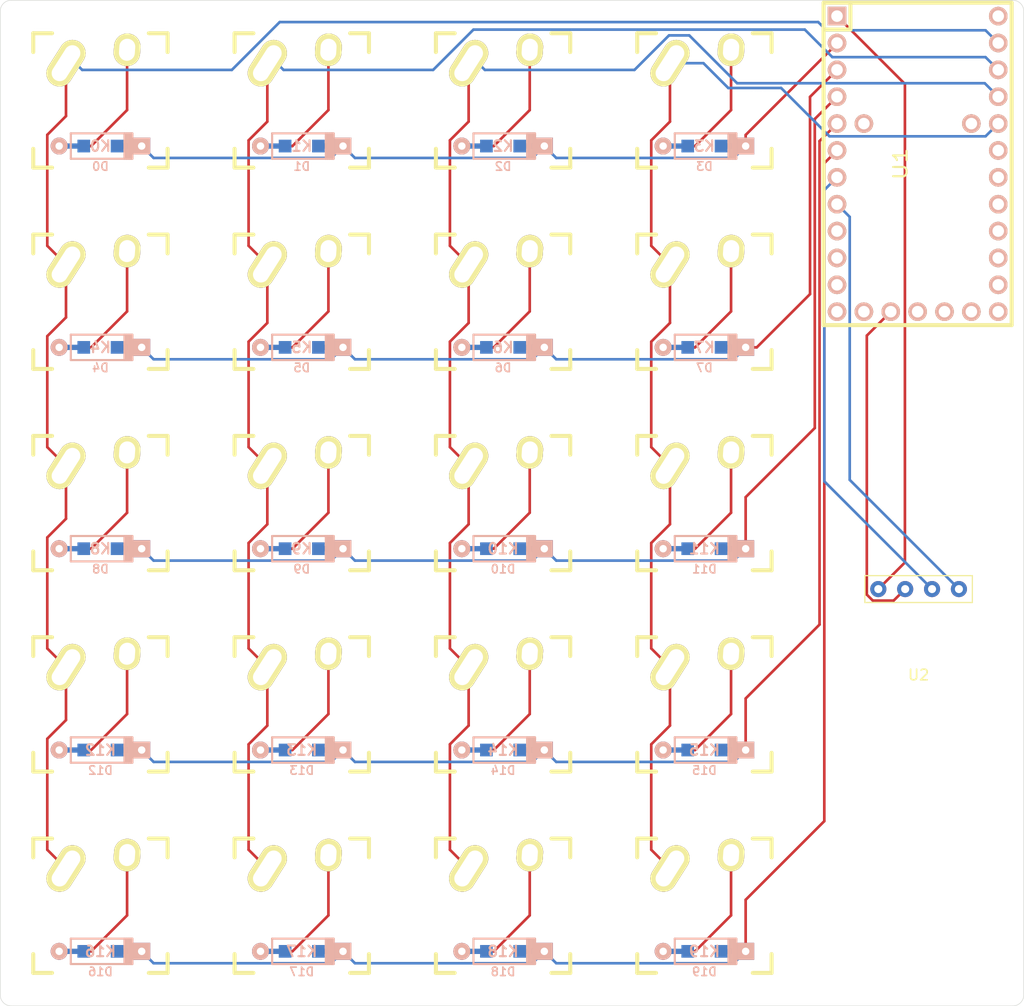
<source format=kicad_pcb>
(kicad_pcb (version 20171130) (host pcbnew "(5.1.8)-1")

  (general
    (thickness 1.6)
    (drawings 8)
    (tracks 232)
    (zones 0)
    (modules 42)
    (nets 52)
  )

  (page A4)
  (layers
    (0 F.Cu signal)
    (31 B.Cu signal)
    (32 B.Adhes user hide)
    (33 F.Adhes user hide)
    (34 B.Paste user hide)
    (35 F.Paste user hide)
    (36 B.SilkS user)
    (37 F.SilkS user)
    (38 B.Mask user)
    (39 F.Mask user)
    (40 Dwgs.User user)
    (41 Cmts.User user)
    (42 Eco1.User user)
    (43 Eco2.User user)
    (44 Edge.Cuts user)
    (45 Margin user hide)
    (46 B.CrtYd user hide)
    (47 F.CrtYd user hide)
    (48 B.Fab user hide)
    (49 F.Fab user hide)
  )

  (setup
    (last_trace_width 0.25)
    (trace_clearance 0.2)
    (zone_clearance 0.508)
    (zone_45_only no)
    (trace_min 0.2)
    (via_size 0.8)
    (via_drill 0.4)
    (via_min_size 0.4)
    (via_min_drill 0.3)
    (uvia_size 0.3)
    (uvia_drill 0.1)
    (uvias_allowed no)
    (uvia_min_size 0.2)
    (uvia_min_drill 0.1)
    (edge_width 0.05)
    (segment_width 0.2)
    (pcb_text_width 0.3)
    (pcb_text_size 1.5 1.5)
    (mod_edge_width 0.12)
    (mod_text_size 1 1)
    (mod_text_width 0.15)
    (pad_size 1.524 1.524)
    (pad_drill 0.762)
    (pad_to_mask_clearance 0)
    (aux_axis_origin 0 0)
    (visible_elements 7FFFFFFF)
    (pcbplotparams
      (layerselection 0x010fc_ffffffff)
      (usegerberextensions false)
      (usegerberattributes true)
      (usegerberadvancedattributes true)
      (creategerberjobfile true)
      (excludeedgelayer true)
      (linewidth 0.100000)
      (plotframeref false)
      (viasonmask false)
      (mode 1)
      (useauxorigin false)
      (hpglpennumber 1)
      (hpglpenspeed 20)
      (hpglpendiameter 15.000000)
      (psnegative false)
      (psa4output false)
      (plotreference true)
      (plotvalue true)
      (plotinvisibletext false)
      (padsonsilk false)
      (subtractmaskfromsilk false)
      (outputformat 1)
      (mirror false)
      (drillshape 1)
      (scaleselection 1)
      (outputdirectory ""))
  )

  (net 0 "")
  (net 1 "Net-(D0-Pad2)")
  (net 2 "Net-(D0-Pad1)")
  (net 3 "Net-(D1-Pad2)")
  (net 4 "Net-(D2-Pad2)")
  (net 5 "Net-(D3-Pad2)")
  (net 6 "Net-(D4-Pad2)")
  (net 7 "Net-(D4-Pad1)")
  (net 8 "Net-(D5-Pad2)")
  (net 9 "Net-(D6-Pad2)")
  (net 10 "Net-(D7-Pad2)")
  (net 11 "Net-(D8-Pad2)")
  (net 12 "Net-(D10-Pad1)")
  (net 13 "Net-(D9-Pad2)")
  (net 14 "Net-(D10-Pad2)")
  (net 15 "Net-(D11-Pad2)")
  (net 16 "Net-(D12-Pad2)")
  (net 17 "Net-(D12-Pad1)")
  (net 18 "Net-(D13-Pad2)")
  (net 19 "Net-(D14-Pad2)")
  (net 20 "Net-(D15-Pad2)")
  (net 21 "Net-(D16-Pad2)")
  (net 22 "Net-(D16-Pad1)")
  (net 23 "Net-(D17-Pad2)")
  (net 24 "Net-(D18-Pad2)")
  (net 25 "Net-(D19-Pad2)")
  (net 26 "Net-(K0-Pad1)")
  (net 27 "Net-(K1-Pad1)")
  (net 28 "Net-(K10-Pad1)")
  (net 29 "Net-(K11-Pad1)")
  (net 30 "Net-(U1-Pad1)")
  (net 31 "Net-(U1-Pad7)")
  (net 32 "Net-(U1-Pad8)")
  (net 33 "Net-(U1-Pad9)")
  (net 34 "Net-(U1-Pad10)")
  (net 35 "Net-(U1-Pad11)")
  (net 36 "Net-(U1-Pad12)")
  (net 37 "Net-(U1-Pad13)")
  (net 38 "Net-(U1-Pad14)")
  (net 39 "Net-(U1-Pad15)")
  (net 40 "Net-(U1-Pad16)")
  (net 41 "Net-(U1-Pad17)")
  (net 42 "Net-(U1-Pad18)")
  (net 43 "Net-(U1-Pad19)")
  (net 44 "Net-(U1-Pad20)")
  (net 45 "Net-(U1-Pad21)")
  (net 46 "Net-(U1-Pad22)")
  (net 47 "Net-(U1-Pad23)")
  (net 48 "Net-(U1-Pad24)")
  (net 49 "Net-(U1-Pad29)")
  (net 50 "Net-(U1-Pad30)")
  (net 51 "Net-(U1-Pad31)")

  (net_class Default "This is the default net class."
    (clearance 0.2)
    (trace_width 0.25)
    (via_dia 0.8)
    (via_drill 0.4)
    (uvia_dia 0.3)
    (uvia_drill 0.1)
    (add_net "Net-(D0-Pad1)")
    (add_net "Net-(D0-Pad2)")
    (add_net "Net-(D1-Pad2)")
    (add_net "Net-(D10-Pad1)")
    (add_net "Net-(D10-Pad2)")
    (add_net "Net-(D11-Pad2)")
    (add_net "Net-(D12-Pad1)")
    (add_net "Net-(D12-Pad2)")
    (add_net "Net-(D13-Pad2)")
    (add_net "Net-(D14-Pad2)")
    (add_net "Net-(D15-Pad2)")
    (add_net "Net-(D16-Pad1)")
    (add_net "Net-(D16-Pad2)")
    (add_net "Net-(D17-Pad2)")
    (add_net "Net-(D18-Pad2)")
    (add_net "Net-(D19-Pad2)")
    (add_net "Net-(D2-Pad2)")
    (add_net "Net-(D3-Pad2)")
    (add_net "Net-(D4-Pad1)")
    (add_net "Net-(D4-Pad2)")
    (add_net "Net-(D5-Pad2)")
    (add_net "Net-(D6-Pad2)")
    (add_net "Net-(D7-Pad2)")
    (add_net "Net-(D8-Pad2)")
    (add_net "Net-(D9-Pad2)")
    (add_net "Net-(K0-Pad1)")
    (add_net "Net-(K1-Pad1)")
    (add_net "Net-(K10-Pad1)")
    (add_net "Net-(K11-Pad1)")
    (add_net "Net-(U1-Pad1)")
    (add_net "Net-(U1-Pad10)")
    (add_net "Net-(U1-Pad11)")
    (add_net "Net-(U1-Pad12)")
    (add_net "Net-(U1-Pad13)")
    (add_net "Net-(U1-Pad14)")
    (add_net "Net-(U1-Pad15)")
    (add_net "Net-(U1-Pad16)")
    (add_net "Net-(U1-Pad17)")
    (add_net "Net-(U1-Pad18)")
    (add_net "Net-(U1-Pad19)")
    (add_net "Net-(U1-Pad20)")
    (add_net "Net-(U1-Pad21)")
    (add_net "Net-(U1-Pad22)")
    (add_net "Net-(U1-Pad23)")
    (add_net "Net-(U1-Pad24)")
    (add_net "Net-(U1-Pad29)")
    (add_net "Net-(U1-Pad30)")
    (add_net "Net-(U1-Pad31)")
    (add_net "Net-(U1-Pad7)")
    (add_net "Net-(U1-Pad8)")
    (add_net "Net-(U1-Pad9)")
  )

  (module keebs:Mx_Alps_100 (layer F.Cu) (tedit 5F25CCD9) (tstamp 601C2629)
    (at 117.65625 40.5)
    (descr MXALPS)
    (tags MXALPS)
    (path /601D0DEA)
    (fp_text reference K2 (at 0 4.318) (layer B.SilkS)
      (effects (font (size 1 1) (thickness 0.2)) (justify mirror))
    )
    (fp_text value KEYSW (at 5.334 10.922) (layer B.SilkS) hide
      (effects (font (size 1.524 1.524) (thickness 0.3048)) (justify mirror))
    )
    (fp_line (start -6.35 -6.35) (end 6.35 -6.35) (layer Cmts.User) (width 0.1524))
    (fp_line (start 6.35 -6.35) (end 6.35 6.35) (layer Cmts.User) (width 0.1524))
    (fp_line (start 6.35 6.35) (end -6.35 6.35) (layer Cmts.User) (width 0.1524))
    (fp_line (start -6.35 6.35) (end -6.35 -6.35) (layer Cmts.User) (width 0.1524))
    (fp_line (start -9.398 -9.398) (end 9.398 -9.398) (layer Dwgs.User) (width 0.1524))
    (fp_line (start 9.398 -9.398) (end 9.398 9.398) (layer Dwgs.User) (width 0.1524))
    (fp_line (start 9.398 9.398) (end -9.398 9.398) (layer Dwgs.User) (width 0.1524))
    (fp_line (start -9.398 9.398) (end -9.398 -9.398) (layer Dwgs.User) (width 0.1524))
    (fp_line (start -6.35 -6.35) (end -4.572 -6.35) (layer F.SilkS) (width 0.381))
    (fp_line (start 4.572 -6.35) (end 6.35 -6.35) (layer F.SilkS) (width 0.381))
    (fp_line (start 6.35 -6.35) (end 6.35 -4.572) (layer F.SilkS) (width 0.381))
    (fp_line (start 6.35 4.572) (end 6.35 6.35) (layer F.SilkS) (width 0.381))
    (fp_line (start 6.35 6.35) (end 4.572 6.35) (layer F.SilkS) (width 0.381))
    (fp_line (start -4.572 6.35) (end -6.35 6.35) (layer F.SilkS) (width 0.381))
    (fp_line (start -6.35 6.35) (end -6.35 4.572) (layer F.SilkS) (width 0.381))
    (fp_line (start -6.35 -4.572) (end -6.35 -6.35) (layer F.SilkS) (width 0.381))
    (fp_line (start -6.985 -6.985) (end 6.985 -6.985) (layer Eco2.User) (width 0.1524))
    (fp_line (start 6.985 -6.985) (end 6.985 6.985) (layer Eco2.User) (width 0.1524))
    (fp_line (start 6.985 6.985) (end -6.985 6.985) (layer Eco2.User) (width 0.1524))
    (fp_line (start -6.985 6.985) (end -6.985 -6.985) (layer Eco2.User) (width 0.1524))
    (fp_line (start -7.75 6.4) (end -7.75 -6.4) (layer Dwgs.User) (width 0.3))
    (fp_line (start -7.75 6.4) (end 7.75 6.4) (layer Dwgs.User) (width 0.3))
    (fp_line (start 7.75 6.4) (end 7.75 -6.4) (layer Dwgs.User) (width 0.3))
    (fp_line (start 7.75 -6.4) (end -7.75 -6.4) (layer Dwgs.User) (width 0.3))
    (fp_line (start -7.62 -7.62) (end 7.62 -7.62) (layer Dwgs.User) (width 0.3))
    (fp_line (start 7.62 -7.62) (end 7.62 7.62) (layer Dwgs.User) (width 0.3))
    (fp_line (start 7.62 7.62) (end -7.62 7.62) (layer Dwgs.User) (width 0.3))
    (fp_line (start -7.62 7.62) (end -7.62 -7.62) (layer Dwgs.User) (width 0.3))
    (pad "" np_thru_hole circle (at 0 0) (size 3.9878 3.9878) (drill 3.9878) (layers *.Cu *.Mask))
    (pad "" np_thru_hole circle (at -5.08 0) (size 1.7018 1.7018) (drill 1.7018) (layers *.Cu *.Mask))
    (pad "" np_thru_hole circle (at 5.08 0) (size 1.7018 1.7018) (drill 1.7018) (layers *.Cu *.Mask))
    (pad 1 thru_hole oval (at -3.255 -3.52 327.5) (size 2.5 4.75) (drill oval 1.5 3.75) (layers *.Cu *.Mask F.SilkS)
      (net 28 "Net-(K10-Pad1)"))
    (pad 2 thru_hole oval (at 2.52 -4.79 356.1) (size 2.5 3.08) (drill oval 1.5 2.08) (layers *.Cu *.Mask F.SilkS)
      (net 4 "Net-(D2-Pad2)"))
  )

  (module keyboard_parts:D_SOD123_axial (layer B.Cu) (tedit 561B6A12) (tstamp 601C25BA)
    (at 136.6875 120.9375 180)
    (path /6020C973)
    (attr smd)
    (fp_text reference D19 (at 0 -1.925) (layer B.SilkS)
      (effects (font (size 0.8 0.8) (thickness 0.15)) (justify mirror))
    )
    (fp_text value D (at 0 1.925) (layer B.SilkS) hide
      (effects (font (size 0.8 0.8) (thickness 0.15)) (justify mirror))
    )
    (fp_line (start 2.8 -1.2) (end -3 -1.2) (layer B.SilkS) (width 0.2))
    (fp_line (start 2.8 1.2) (end 2.8 -1.2) (layer B.SilkS) (width 0.2))
    (fp_line (start -3 1.2) (end 2.8 1.2) (layer B.SilkS) (width 0.2))
    (fp_line (start -2.925 1.2) (end -2.925 -1.2) (layer B.SilkS) (width 0.2))
    (fp_line (start -2.8 1.2) (end -2.8 -1.2) (layer B.SilkS) (width 0.2))
    (fp_line (start -3.025 -1.2) (end -3.025 1.2) (layer B.SilkS) (width 0.2))
    (fp_line (start -2.625 1.2) (end -2.625 -1.2) (layer B.SilkS) (width 0.2))
    (fp_line (start -2.45 1.2) (end -2.45 -1.2) (layer B.SilkS) (width 0.2))
    (fp_line (start -2.275 1.2) (end -2.275 -1.2) (layer B.SilkS) (width 0.2))
    (pad 2 smd rect (at 1.575 0 180) (size 1.2 1.2) (layers B.Cu B.Paste B.Mask)
      (net 25 "Net-(D19-Pad2)"))
    (pad 1 smd rect (at -1.575 0 180) (size 1.2 1.2) (layers B.Cu B.Paste B.Mask)
      (net 22 "Net-(D16-Pad1)"))
    (pad 1 thru_hole rect (at -3.9 0 180) (size 1.6 1.6) (drill 0.7) (layers *.Cu *.Mask B.SilkS)
      (net 22 "Net-(D16-Pad1)"))
    (pad 2 thru_hole circle (at 3.9 0 180) (size 1.6 1.6) (drill 0.7) (layers *.Cu *.Mask B.SilkS)
      (net 25 "Net-(D19-Pad2)"))
    (pad 1 smd rect (at -2.7 0 180) (size 2.5 0.5) (layers B.Cu)
      (net 22 "Net-(D16-Pad1)") (solder_mask_margin -999))
    (pad 2 smd rect (at 2.7 0 180) (size 2.5 0.5) (layers B.Cu)
      (net 25 "Net-(D19-Pad2)") (solder_mask_margin -999))
  )

  (module keebs:Teensy_20 (layer F.Cu) (tedit 549AEE1E) (tstamp 601C28C7)
    (at 156.84375 46.5 270)
    (path /601BB52A)
    (fp_text reference U1 (at 0 1.625 90) (layer F.SilkS)
      (effects (font (size 1.27 1.524) (thickness 0.2032)))
    )
    (fp_text value TEENSY2.0 (at 0 0 90) (layer F.SilkS) hide
      (effects (font (size 1.27 1.524) (thickness 0.2032)))
    )
    (fp_line (start -12.7 6.35) (end -12.7 8.89) (layer F.SilkS) (width 0.381))
    (fp_line (start -15.24 6.35) (end -12.7 6.35) (layer F.SilkS) (width 0.381))
    (fp_line (start 15.24 -8.89) (end -15.24 -8.89) (layer F.SilkS) (width 0.381))
    (fp_line (start 15.24 8.89) (end 15.24 -8.89) (layer F.SilkS) (width 0.381))
    (fp_line (start -15.24 8.89) (end 15.24 8.89) (layer F.SilkS) (width 0.381))
    (fp_line (start -15.24 -8.89) (end -15.24 8.89) (layer F.SilkS) (width 0.381))
    (pad 1 thru_hole rect (at -13.97 7.62 270) (size 1.7526 1.7526) (drill 1.0922) (layers *.Cu *.SilkS *.Mask)
      (net 30 "Net-(U1-Pad1)"))
    (pad 2 thru_hole circle (at -11.43 7.62 270) (size 1.7526 1.7526) (drill 1.0922) (layers *.Cu *.SilkS *.Mask)
      (net 2 "Net-(D0-Pad1)"))
    (pad 3 thru_hole circle (at -8.89 7.62 270) (size 1.7526 1.7526) (drill 1.0922) (layers *.Cu *.SilkS *.Mask)
      (net 7 "Net-(D4-Pad1)"))
    (pad 4 thru_hole circle (at -6.35 7.62 270) (size 1.7526 1.7526) (drill 1.0922) (layers *.Cu *.SilkS *.Mask)
      (net 12 "Net-(D10-Pad1)"))
    (pad 5 thru_hole circle (at -3.81 7.62 270) (size 1.7526 1.7526) (drill 1.0922) (layers *.Cu *.SilkS *.Mask)
      (net 17 "Net-(D12-Pad1)"))
    (pad 6 thru_hole circle (at -1.27 7.62 270) (size 1.7526 1.7526) (drill 1.0922) (layers *.Cu *.SilkS *.Mask)
      (net 22 "Net-(D16-Pad1)"))
    (pad 7 thru_hole circle (at 1.27 7.62 270) (size 1.7526 1.7526) (drill 1.0922) (layers *.Cu *.SilkS *.Mask)
      (net 31 "Net-(U1-Pad7)"))
    (pad 8 thru_hole circle (at 3.81 7.62 270) (size 1.7526 1.7526) (drill 1.0922) (layers *.Cu *.SilkS *.Mask)
      (net 32 "Net-(U1-Pad8)"))
    (pad 9 thru_hole circle (at 6.35 7.62 270) (size 1.7526 1.7526) (drill 1.0922) (layers *.Cu *.SilkS *.Mask)
      (net 33 "Net-(U1-Pad9)"))
    (pad 10 thru_hole circle (at 8.89 7.62 270) (size 1.7526 1.7526) (drill 1.0922) (layers *.Cu *.SilkS *.Mask)
      (net 34 "Net-(U1-Pad10)"))
    (pad 11 thru_hole circle (at 11.43 7.62 270) (size 1.7526 1.7526) (drill 1.0922) (layers *.Cu *.SilkS *.Mask)
      (net 35 "Net-(U1-Pad11)"))
    (pad 12 thru_hole circle (at 13.97 7.62 270) (size 1.7526 1.7526) (drill 1.0922) (layers *.Cu *.SilkS *.Mask)
      (net 36 "Net-(U1-Pad12)"))
    (pad 13 thru_hole circle (at 13.97 5.08 180) (size 1.7526 1.7526) (drill 1.0922) (layers *.Cu *.SilkS *.Mask)
      (net 37 "Net-(U1-Pad13)"))
    (pad 14 thru_hole circle (at 13.97 2.54 180) (size 1.7526 1.7526) (drill 1.0922) (layers *.Cu *.SilkS *.Mask)
      (net 38 "Net-(U1-Pad14)"))
    (pad 15 thru_hole circle (at 13.97 0 180) (size 1.7526 1.7526) (drill 1.0922) (layers *.Cu *.SilkS *.Mask)
      (net 39 "Net-(U1-Pad15)"))
    (pad 16 thru_hole circle (at 13.97 -2.54 180) (size 1.7526 1.7526) (drill 1.0922) (layers *.Cu *.SilkS *.Mask)
      (net 40 "Net-(U1-Pad16)"))
    (pad 17 thru_hole circle (at 13.97 -5.08 180) (size 1.7526 1.7526) (drill 1.0922) (layers *.Cu *.SilkS *.Mask)
      (net 41 "Net-(U1-Pad17)"))
    (pad 18 thru_hole circle (at 13.97 -7.62 270) (size 1.7526 1.7526) (drill 1.0922) (layers *.Cu *.SilkS *.Mask)
      (net 42 "Net-(U1-Pad18)"))
    (pad 19 thru_hole circle (at 11.43 -7.62 270) (size 1.7526 1.7526) (drill 1.0922) (layers *.Cu *.SilkS *.Mask)
      (net 43 "Net-(U1-Pad19)"))
    (pad 20 thru_hole circle (at 8.89 -7.62 270) (size 1.7526 1.7526) (drill 1.0922) (layers *.Cu *.SilkS *.Mask)
      (net 44 "Net-(U1-Pad20)"))
    (pad 21 thru_hole circle (at 6.35 -7.62 270) (size 1.7526 1.7526) (drill 1.0922) (layers *.Cu *.SilkS *.Mask)
      (net 45 "Net-(U1-Pad21)"))
    (pad 22 thru_hole circle (at 3.81 -7.62 270) (size 1.7526 1.7526) (drill 1.0922) (layers *.Cu *.SilkS *.Mask)
      (net 46 "Net-(U1-Pad22)"))
    (pad 23 thru_hole circle (at 1.27 -7.62 270) (size 1.7526 1.7526) (drill 1.0922) (layers *.Cu *.SilkS *.Mask)
      (net 47 "Net-(U1-Pad23)"))
    (pad 24 thru_hole circle (at -1.27 -7.62 270) (size 1.7526 1.7526) (drill 1.0922) (layers *.Cu *.SilkS *.Mask)
      (net 48 "Net-(U1-Pad24)"))
    (pad 25 thru_hole circle (at -3.81 -7.62 270) (size 1.7526 1.7526) (drill 1.0922) (layers *.Cu *.SilkS *.Mask)
      (net 29 "Net-(K11-Pad1)"))
    (pad 26 thru_hole circle (at -6.35 -7.62 270) (size 1.7526 1.7526) (drill 1.0922) (layers *.Cu *.SilkS *.Mask)
      (net 28 "Net-(K10-Pad1)"))
    (pad 27 thru_hole circle (at -8.89 -7.62 270) (size 1.7526 1.7526) (drill 1.0922) (layers *.Cu *.SilkS *.Mask)
      (net 27 "Net-(K1-Pad1)"))
    (pad 28 thru_hole circle (at -11.43 -7.62 270) (size 1.7526 1.7526) (drill 1.0922) (layers *.Cu *.SilkS *.Mask)
      (net 26 "Net-(K0-Pad1)"))
    (pad 29 thru_hole circle (at -13.97 -7.62 270) (size 1.7526 1.7526) (drill 1.0922) (layers *.Cu *.SilkS *.Mask)
      (net 49 "Net-(U1-Pad29)"))
    (pad 30 thru_hole circle (at -3.81 -5.08 180) (size 1.7526 1.7526) (drill 1.0922) (layers *.Cu *.SilkS *.Mask)
      (net 50 "Net-(U1-Pad30)"))
    (pad 31 thru_hole circle (at -3.81 5.08 180) (size 1.7526 1.7526) (drill 1.0922) (layers *.Cu *.SilkS *.Mask)
      (net 51 "Net-(U1-Pad31)"))
  )

  (module keyboard_parts:D_SOD123_axial (layer B.Cu) (tedit 561B6A12) (tstamp 601C2451)
    (at 79.59375 44.8125 180)
    (path /601CA5A8)
    (attr smd)
    (fp_text reference D0 (at 0 -1.925) (layer B.SilkS)
      (effects (font (size 0.8 0.8) (thickness 0.15)) (justify mirror))
    )
    (fp_text value D (at 0 1.925) (layer B.SilkS) hide
      (effects (font (size 0.8 0.8) (thickness 0.15)) (justify mirror))
    )
    (fp_line (start -2.275 1.2) (end -2.275 -1.2) (layer B.SilkS) (width 0.2))
    (fp_line (start -2.45 1.2) (end -2.45 -1.2) (layer B.SilkS) (width 0.2))
    (fp_line (start -2.625 1.2) (end -2.625 -1.2) (layer B.SilkS) (width 0.2))
    (fp_line (start -3.025 -1.2) (end -3.025 1.2) (layer B.SilkS) (width 0.2))
    (fp_line (start -2.8 1.2) (end -2.8 -1.2) (layer B.SilkS) (width 0.2))
    (fp_line (start -2.925 1.2) (end -2.925 -1.2) (layer B.SilkS) (width 0.2))
    (fp_line (start -3 1.2) (end 2.8 1.2) (layer B.SilkS) (width 0.2))
    (fp_line (start 2.8 1.2) (end 2.8 -1.2) (layer B.SilkS) (width 0.2))
    (fp_line (start 2.8 -1.2) (end -3 -1.2) (layer B.SilkS) (width 0.2))
    (pad 2 smd rect (at 2.7 0 180) (size 2.5 0.5) (layers B.Cu)
      (net 1 "Net-(D0-Pad2)") (solder_mask_margin -999))
    (pad 1 smd rect (at -2.7 0 180) (size 2.5 0.5) (layers B.Cu)
      (net 2 "Net-(D0-Pad1)") (solder_mask_margin -999))
    (pad 2 thru_hole circle (at 3.9 0 180) (size 1.6 1.6) (drill 0.7) (layers *.Cu *.Mask B.SilkS)
      (net 1 "Net-(D0-Pad2)"))
    (pad 1 thru_hole rect (at -3.9 0 180) (size 1.6 1.6) (drill 0.7) (layers *.Cu *.Mask B.SilkS)
      (net 2 "Net-(D0-Pad1)"))
    (pad 1 smd rect (at -1.575 0 180) (size 1.2 1.2) (layers B.Cu B.Paste B.Mask)
      (net 2 "Net-(D0-Pad1)"))
    (pad 2 smd rect (at 1.575 0 180) (size 1.2 1.2) (layers B.Cu B.Paste B.Mask)
      (net 1 "Net-(D0-Pad2)"))
  )

  (module keyboard_parts:D_SOD123_axial (layer B.Cu) (tedit 561B6A12) (tstamp 601C2464)
    (at 98.625 44.8125 180)
    (path /601CFB57)
    (attr smd)
    (fp_text reference D1 (at 0 -1.925) (layer B.SilkS)
      (effects (font (size 0.8 0.8) (thickness 0.15)) (justify mirror))
    )
    (fp_text value D (at 0 1.925) (layer B.SilkS) hide
      (effects (font (size 0.8 0.8) (thickness 0.15)) (justify mirror))
    )
    (fp_line (start 2.8 -1.2) (end -3 -1.2) (layer B.SilkS) (width 0.2))
    (fp_line (start 2.8 1.2) (end 2.8 -1.2) (layer B.SilkS) (width 0.2))
    (fp_line (start -3 1.2) (end 2.8 1.2) (layer B.SilkS) (width 0.2))
    (fp_line (start -2.925 1.2) (end -2.925 -1.2) (layer B.SilkS) (width 0.2))
    (fp_line (start -2.8 1.2) (end -2.8 -1.2) (layer B.SilkS) (width 0.2))
    (fp_line (start -3.025 -1.2) (end -3.025 1.2) (layer B.SilkS) (width 0.2))
    (fp_line (start -2.625 1.2) (end -2.625 -1.2) (layer B.SilkS) (width 0.2))
    (fp_line (start -2.45 1.2) (end -2.45 -1.2) (layer B.SilkS) (width 0.2))
    (fp_line (start -2.275 1.2) (end -2.275 -1.2) (layer B.SilkS) (width 0.2))
    (pad 2 smd rect (at 1.575 0 180) (size 1.2 1.2) (layers B.Cu B.Paste B.Mask)
      (net 3 "Net-(D1-Pad2)"))
    (pad 1 smd rect (at -1.575 0 180) (size 1.2 1.2) (layers B.Cu B.Paste B.Mask)
      (net 2 "Net-(D0-Pad1)"))
    (pad 1 thru_hole rect (at -3.9 0 180) (size 1.6 1.6) (drill 0.7) (layers *.Cu *.Mask B.SilkS)
      (net 2 "Net-(D0-Pad1)"))
    (pad 2 thru_hole circle (at 3.9 0 180) (size 1.6 1.6) (drill 0.7) (layers *.Cu *.Mask B.SilkS)
      (net 3 "Net-(D1-Pad2)"))
    (pad 1 smd rect (at -2.7 0 180) (size 2.5 0.5) (layers B.Cu)
      (net 2 "Net-(D0-Pad1)") (solder_mask_margin -999))
    (pad 2 smd rect (at 2.7 0 180) (size 2.5 0.5) (layers B.Cu)
      (net 3 "Net-(D1-Pad2)") (solder_mask_margin -999))
  )

  (module keyboard_parts:D_SOD123_axial (layer B.Cu) (tedit 561B6A12) (tstamp 601C2477)
    (at 117.65625 44.8125 180)
    (path /601DAD8A)
    (attr smd)
    (fp_text reference D2 (at 0 -1.925) (layer B.SilkS)
      (effects (font (size 0.8 0.8) (thickness 0.15)) (justify mirror))
    )
    (fp_text value D (at 0 1.925) (layer B.SilkS) hide
      (effects (font (size 0.8 0.8) (thickness 0.15)) (justify mirror))
    )
    (fp_line (start 2.8 -1.2) (end -3 -1.2) (layer B.SilkS) (width 0.2))
    (fp_line (start 2.8 1.2) (end 2.8 -1.2) (layer B.SilkS) (width 0.2))
    (fp_line (start -3 1.2) (end 2.8 1.2) (layer B.SilkS) (width 0.2))
    (fp_line (start -2.925 1.2) (end -2.925 -1.2) (layer B.SilkS) (width 0.2))
    (fp_line (start -2.8 1.2) (end -2.8 -1.2) (layer B.SilkS) (width 0.2))
    (fp_line (start -3.025 -1.2) (end -3.025 1.2) (layer B.SilkS) (width 0.2))
    (fp_line (start -2.625 1.2) (end -2.625 -1.2) (layer B.SilkS) (width 0.2))
    (fp_line (start -2.45 1.2) (end -2.45 -1.2) (layer B.SilkS) (width 0.2))
    (fp_line (start -2.275 1.2) (end -2.275 -1.2) (layer B.SilkS) (width 0.2))
    (pad 2 smd rect (at 1.575 0 180) (size 1.2 1.2) (layers B.Cu B.Paste B.Mask)
      (net 4 "Net-(D2-Pad2)"))
    (pad 1 smd rect (at -1.575 0 180) (size 1.2 1.2) (layers B.Cu B.Paste B.Mask)
      (net 2 "Net-(D0-Pad1)"))
    (pad 1 thru_hole rect (at -3.9 0 180) (size 1.6 1.6) (drill 0.7) (layers *.Cu *.Mask B.SilkS)
      (net 2 "Net-(D0-Pad1)"))
    (pad 2 thru_hole circle (at 3.9 0 180) (size 1.6 1.6) (drill 0.7) (layers *.Cu *.Mask B.SilkS)
      (net 4 "Net-(D2-Pad2)"))
    (pad 1 smd rect (at -2.7 0 180) (size 2.5 0.5) (layers B.Cu)
      (net 2 "Net-(D0-Pad1)") (solder_mask_margin -999))
    (pad 2 smd rect (at 2.7 0 180) (size 2.5 0.5) (layers B.Cu)
      (net 4 "Net-(D2-Pad2)") (solder_mask_margin -999))
  )

  (module keyboard_parts:D_SOD123_axial (layer B.Cu) (tedit 561B6A12) (tstamp 601C248A)
    (at 136.6875 44.8125 180)
    (path /601DB3E5)
    (attr smd)
    (fp_text reference D3 (at 0 -1.925) (layer B.SilkS)
      (effects (font (size 0.8 0.8) (thickness 0.15)) (justify mirror))
    )
    (fp_text value D (at 0 1.925) (layer B.SilkS) hide
      (effects (font (size 0.8 0.8) (thickness 0.15)) (justify mirror))
    )
    (fp_line (start -2.275 1.2) (end -2.275 -1.2) (layer B.SilkS) (width 0.2))
    (fp_line (start -2.45 1.2) (end -2.45 -1.2) (layer B.SilkS) (width 0.2))
    (fp_line (start -2.625 1.2) (end -2.625 -1.2) (layer B.SilkS) (width 0.2))
    (fp_line (start -3.025 -1.2) (end -3.025 1.2) (layer B.SilkS) (width 0.2))
    (fp_line (start -2.8 1.2) (end -2.8 -1.2) (layer B.SilkS) (width 0.2))
    (fp_line (start -2.925 1.2) (end -2.925 -1.2) (layer B.SilkS) (width 0.2))
    (fp_line (start -3 1.2) (end 2.8 1.2) (layer B.SilkS) (width 0.2))
    (fp_line (start 2.8 1.2) (end 2.8 -1.2) (layer B.SilkS) (width 0.2))
    (fp_line (start 2.8 -1.2) (end -3 -1.2) (layer B.SilkS) (width 0.2))
    (pad 2 smd rect (at 2.7 0 180) (size 2.5 0.5) (layers B.Cu)
      (net 5 "Net-(D3-Pad2)") (solder_mask_margin -999))
    (pad 1 smd rect (at -2.7 0 180) (size 2.5 0.5) (layers B.Cu)
      (net 2 "Net-(D0-Pad1)") (solder_mask_margin -999))
    (pad 2 thru_hole circle (at 3.9 0 180) (size 1.6 1.6) (drill 0.7) (layers *.Cu *.Mask B.SilkS)
      (net 5 "Net-(D3-Pad2)"))
    (pad 1 thru_hole rect (at -3.9 0 180) (size 1.6 1.6) (drill 0.7) (layers *.Cu *.Mask B.SilkS)
      (net 2 "Net-(D0-Pad1)"))
    (pad 1 smd rect (at -1.575 0 180) (size 1.2 1.2) (layers B.Cu B.Paste B.Mask)
      (net 2 "Net-(D0-Pad1)"))
    (pad 2 smd rect (at 1.575 0 180) (size 1.2 1.2) (layers B.Cu B.Paste B.Mask)
      (net 5 "Net-(D3-Pad2)"))
  )

  (module keyboard_parts:D_SOD123_axial (layer B.Cu) (tedit 561B6A12) (tstamp 601C249D)
    (at 79.59375 63.84375 180)
    (path /601DD37D)
    (attr smd)
    (fp_text reference D4 (at 0 -1.925) (layer B.SilkS)
      (effects (font (size 0.8 0.8) (thickness 0.15)) (justify mirror))
    )
    (fp_text value D (at 0 1.925) (layer B.SilkS) hide
      (effects (font (size 0.8 0.8) (thickness 0.15)) (justify mirror))
    )
    (fp_line (start 2.8 -1.2) (end -3 -1.2) (layer B.SilkS) (width 0.2))
    (fp_line (start 2.8 1.2) (end 2.8 -1.2) (layer B.SilkS) (width 0.2))
    (fp_line (start -3 1.2) (end 2.8 1.2) (layer B.SilkS) (width 0.2))
    (fp_line (start -2.925 1.2) (end -2.925 -1.2) (layer B.SilkS) (width 0.2))
    (fp_line (start -2.8 1.2) (end -2.8 -1.2) (layer B.SilkS) (width 0.2))
    (fp_line (start -3.025 -1.2) (end -3.025 1.2) (layer B.SilkS) (width 0.2))
    (fp_line (start -2.625 1.2) (end -2.625 -1.2) (layer B.SilkS) (width 0.2))
    (fp_line (start -2.45 1.2) (end -2.45 -1.2) (layer B.SilkS) (width 0.2))
    (fp_line (start -2.275 1.2) (end -2.275 -1.2) (layer B.SilkS) (width 0.2))
    (pad 2 smd rect (at 1.575 0 180) (size 1.2 1.2) (layers B.Cu B.Paste B.Mask)
      (net 6 "Net-(D4-Pad2)"))
    (pad 1 smd rect (at -1.575 0 180) (size 1.2 1.2) (layers B.Cu B.Paste B.Mask)
      (net 7 "Net-(D4-Pad1)"))
    (pad 1 thru_hole rect (at -3.9 0 180) (size 1.6 1.6) (drill 0.7) (layers *.Cu *.Mask B.SilkS)
      (net 7 "Net-(D4-Pad1)"))
    (pad 2 thru_hole circle (at 3.9 0 180) (size 1.6 1.6) (drill 0.7) (layers *.Cu *.Mask B.SilkS)
      (net 6 "Net-(D4-Pad2)"))
    (pad 1 smd rect (at -2.7 0 180) (size 2.5 0.5) (layers B.Cu)
      (net 7 "Net-(D4-Pad1)") (solder_mask_margin -999))
    (pad 2 smd rect (at 2.7 0 180) (size 2.5 0.5) (layers B.Cu)
      (net 6 "Net-(D4-Pad2)") (solder_mask_margin -999))
  )

  (module keyboard_parts:D_SOD123_axial (layer B.Cu) (tedit 561B6A12) (tstamp 601C24B0)
    (at 98.625 63.84375 180)
    (path /601DE248)
    (attr smd)
    (fp_text reference D5 (at 0 -1.925) (layer B.SilkS)
      (effects (font (size 0.8 0.8) (thickness 0.15)) (justify mirror))
    )
    (fp_text value D (at 0 1.925) (layer B.SilkS) hide
      (effects (font (size 0.8 0.8) (thickness 0.15)) (justify mirror))
    )
    (fp_line (start -2.275 1.2) (end -2.275 -1.2) (layer B.SilkS) (width 0.2))
    (fp_line (start -2.45 1.2) (end -2.45 -1.2) (layer B.SilkS) (width 0.2))
    (fp_line (start -2.625 1.2) (end -2.625 -1.2) (layer B.SilkS) (width 0.2))
    (fp_line (start -3.025 -1.2) (end -3.025 1.2) (layer B.SilkS) (width 0.2))
    (fp_line (start -2.8 1.2) (end -2.8 -1.2) (layer B.SilkS) (width 0.2))
    (fp_line (start -2.925 1.2) (end -2.925 -1.2) (layer B.SilkS) (width 0.2))
    (fp_line (start -3 1.2) (end 2.8 1.2) (layer B.SilkS) (width 0.2))
    (fp_line (start 2.8 1.2) (end 2.8 -1.2) (layer B.SilkS) (width 0.2))
    (fp_line (start 2.8 -1.2) (end -3 -1.2) (layer B.SilkS) (width 0.2))
    (pad 2 smd rect (at 2.7 0 180) (size 2.5 0.5) (layers B.Cu)
      (net 8 "Net-(D5-Pad2)") (solder_mask_margin -999))
    (pad 1 smd rect (at -2.7 0 180) (size 2.5 0.5) (layers B.Cu)
      (net 7 "Net-(D4-Pad1)") (solder_mask_margin -999))
    (pad 2 thru_hole circle (at 3.9 0 180) (size 1.6 1.6) (drill 0.7) (layers *.Cu *.Mask B.SilkS)
      (net 8 "Net-(D5-Pad2)"))
    (pad 1 thru_hole rect (at -3.9 0 180) (size 1.6 1.6) (drill 0.7) (layers *.Cu *.Mask B.SilkS)
      (net 7 "Net-(D4-Pad1)"))
    (pad 1 smd rect (at -1.575 0 180) (size 1.2 1.2) (layers B.Cu B.Paste B.Mask)
      (net 7 "Net-(D4-Pad1)"))
    (pad 2 smd rect (at 1.575 0 180) (size 1.2 1.2) (layers B.Cu B.Paste B.Mask)
      (net 8 "Net-(D5-Pad2)"))
  )

  (module keyboard_parts:D_SOD123_axial (layer B.Cu) (tedit 561B6A12) (tstamp 601C24C3)
    (at 117.65625 63.84375 180)
    (path /601DE989)
    (attr smd)
    (fp_text reference D6 (at 0 -1.925) (layer B.SilkS)
      (effects (font (size 0.8 0.8) (thickness 0.15)) (justify mirror))
    )
    (fp_text value D (at 0 1.925) (layer B.SilkS) hide
      (effects (font (size 0.8 0.8) (thickness 0.15)) (justify mirror))
    )
    (fp_line (start 2.8 -1.2) (end -3 -1.2) (layer B.SilkS) (width 0.2))
    (fp_line (start 2.8 1.2) (end 2.8 -1.2) (layer B.SilkS) (width 0.2))
    (fp_line (start -3 1.2) (end 2.8 1.2) (layer B.SilkS) (width 0.2))
    (fp_line (start -2.925 1.2) (end -2.925 -1.2) (layer B.SilkS) (width 0.2))
    (fp_line (start -2.8 1.2) (end -2.8 -1.2) (layer B.SilkS) (width 0.2))
    (fp_line (start -3.025 -1.2) (end -3.025 1.2) (layer B.SilkS) (width 0.2))
    (fp_line (start -2.625 1.2) (end -2.625 -1.2) (layer B.SilkS) (width 0.2))
    (fp_line (start -2.45 1.2) (end -2.45 -1.2) (layer B.SilkS) (width 0.2))
    (fp_line (start -2.275 1.2) (end -2.275 -1.2) (layer B.SilkS) (width 0.2))
    (pad 2 smd rect (at 1.575 0 180) (size 1.2 1.2) (layers B.Cu B.Paste B.Mask)
      (net 9 "Net-(D6-Pad2)"))
    (pad 1 smd rect (at -1.575 0 180) (size 1.2 1.2) (layers B.Cu B.Paste B.Mask)
      (net 7 "Net-(D4-Pad1)"))
    (pad 1 thru_hole rect (at -3.9 0 180) (size 1.6 1.6) (drill 0.7) (layers *.Cu *.Mask B.SilkS)
      (net 7 "Net-(D4-Pad1)"))
    (pad 2 thru_hole circle (at 3.9 0 180) (size 1.6 1.6) (drill 0.7) (layers *.Cu *.Mask B.SilkS)
      (net 9 "Net-(D6-Pad2)"))
    (pad 1 smd rect (at -2.7 0 180) (size 2.5 0.5) (layers B.Cu)
      (net 7 "Net-(D4-Pad1)") (solder_mask_margin -999))
    (pad 2 smd rect (at 2.7 0 180) (size 2.5 0.5) (layers B.Cu)
      (net 9 "Net-(D6-Pad2)") (solder_mask_margin -999))
  )

  (module keyboard_parts:D_SOD123_axial (layer B.Cu) (tedit 561B6A12) (tstamp 601C24D6)
    (at 136.6875 63.84375 180)
    (path /601DF039)
    (attr smd)
    (fp_text reference D7 (at 0 -1.925) (layer B.SilkS)
      (effects (font (size 0.8 0.8) (thickness 0.15)) (justify mirror))
    )
    (fp_text value D (at 0 1.925) (layer B.SilkS) hide
      (effects (font (size 0.8 0.8) (thickness 0.15)) (justify mirror))
    )
    (fp_line (start -2.275 1.2) (end -2.275 -1.2) (layer B.SilkS) (width 0.2))
    (fp_line (start -2.45 1.2) (end -2.45 -1.2) (layer B.SilkS) (width 0.2))
    (fp_line (start -2.625 1.2) (end -2.625 -1.2) (layer B.SilkS) (width 0.2))
    (fp_line (start -3.025 -1.2) (end -3.025 1.2) (layer B.SilkS) (width 0.2))
    (fp_line (start -2.8 1.2) (end -2.8 -1.2) (layer B.SilkS) (width 0.2))
    (fp_line (start -2.925 1.2) (end -2.925 -1.2) (layer B.SilkS) (width 0.2))
    (fp_line (start -3 1.2) (end 2.8 1.2) (layer B.SilkS) (width 0.2))
    (fp_line (start 2.8 1.2) (end 2.8 -1.2) (layer B.SilkS) (width 0.2))
    (fp_line (start 2.8 -1.2) (end -3 -1.2) (layer B.SilkS) (width 0.2))
    (pad 2 smd rect (at 2.7 0 180) (size 2.5 0.5) (layers B.Cu)
      (net 10 "Net-(D7-Pad2)") (solder_mask_margin -999))
    (pad 1 smd rect (at -2.7 0 180) (size 2.5 0.5) (layers B.Cu)
      (net 7 "Net-(D4-Pad1)") (solder_mask_margin -999))
    (pad 2 thru_hole circle (at 3.9 0 180) (size 1.6 1.6) (drill 0.7) (layers *.Cu *.Mask B.SilkS)
      (net 10 "Net-(D7-Pad2)"))
    (pad 1 thru_hole rect (at -3.9 0 180) (size 1.6 1.6) (drill 0.7) (layers *.Cu *.Mask B.SilkS)
      (net 7 "Net-(D4-Pad1)"))
    (pad 1 smd rect (at -1.575 0 180) (size 1.2 1.2) (layers B.Cu B.Paste B.Mask)
      (net 7 "Net-(D4-Pad1)"))
    (pad 2 smd rect (at 1.575 0 180) (size 1.2 1.2) (layers B.Cu B.Paste B.Mask)
      (net 10 "Net-(D7-Pad2)"))
  )

  (module keyboard_parts:D_SOD123_axial (layer B.Cu) (tedit 561B6A12) (tstamp 601C24E9)
    (at 79.59375 82.875 180)
    (path /601E4283)
    (attr smd)
    (fp_text reference D8 (at 0 -1.925) (layer B.SilkS)
      (effects (font (size 0.8 0.8) (thickness 0.15)) (justify mirror))
    )
    (fp_text value D (at 0 1.925) (layer B.SilkS) hide
      (effects (font (size 0.8 0.8) (thickness 0.15)) (justify mirror))
    )
    (fp_line (start -2.275 1.2) (end -2.275 -1.2) (layer B.SilkS) (width 0.2))
    (fp_line (start -2.45 1.2) (end -2.45 -1.2) (layer B.SilkS) (width 0.2))
    (fp_line (start -2.625 1.2) (end -2.625 -1.2) (layer B.SilkS) (width 0.2))
    (fp_line (start -3.025 -1.2) (end -3.025 1.2) (layer B.SilkS) (width 0.2))
    (fp_line (start -2.8 1.2) (end -2.8 -1.2) (layer B.SilkS) (width 0.2))
    (fp_line (start -2.925 1.2) (end -2.925 -1.2) (layer B.SilkS) (width 0.2))
    (fp_line (start -3 1.2) (end 2.8 1.2) (layer B.SilkS) (width 0.2))
    (fp_line (start 2.8 1.2) (end 2.8 -1.2) (layer B.SilkS) (width 0.2))
    (fp_line (start 2.8 -1.2) (end -3 -1.2) (layer B.SilkS) (width 0.2))
    (pad 2 smd rect (at 2.7 0 180) (size 2.5 0.5) (layers B.Cu)
      (net 11 "Net-(D8-Pad2)") (solder_mask_margin -999))
    (pad 1 smd rect (at -2.7 0 180) (size 2.5 0.5) (layers B.Cu)
      (net 12 "Net-(D10-Pad1)") (solder_mask_margin -999))
    (pad 2 thru_hole circle (at 3.9 0 180) (size 1.6 1.6) (drill 0.7) (layers *.Cu *.Mask B.SilkS)
      (net 11 "Net-(D8-Pad2)"))
    (pad 1 thru_hole rect (at -3.9 0 180) (size 1.6 1.6) (drill 0.7) (layers *.Cu *.Mask B.SilkS)
      (net 12 "Net-(D10-Pad1)"))
    (pad 1 smd rect (at -1.575 0 180) (size 1.2 1.2) (layers B.Cu B.Paste B.Mask)
      (net 12 "Net-(D10-Pad1)"))
    (pad 2 smd rect (at 1.575 0 180) (size 1.2 1.2) (layers B.Cu B.Paste B.Mask)
      (net 11 "Net-(D8-Pad2)"))
  )

  (module keyboard_parts:D_SOD123_axial (layer B.Cu) (tedit 561B6A12) (tstamp 601C24FC)
    (at 98.625 82.875 180)
    (path /601E4CB2)
    (attr smd)
    (fp_text reference D9 (at 0 -1.925) (layer B.SilkS)
      (effects (font (size 0.8 0.8) (thickness 0.15)) (justify mirror))
    )
    (fp_text value D (at 0 1.925) (layer B.SilkS) hide
      (effects (font (size 0.8 0.8) (thickness 0.15)) (justify mirror))
    )
    (fp_line (start -2.275 1.2) (end -2.275 -1.2) (layer B.SilkS) (width 0.2))
    (fp_line (start -2.45 1.2) (end -2.45 -1.2) (layer B.SilkS) (width 0.2))
    (fp_line (start -2.625 1.2) (end -2.625 -1.2) (layer B.SilkS) (width 0.2))
    (fp_line (start -3.025 -1.2) (end -3.025 1.2) (layer B.SilkS) (width 0.2))
    (fp_line (start -2.8 1.2) (end -2.8 -1.2) (layer B.SilkS) (width 0.2))
    (fp_line (start -2.925 1.2) (end -2.925 -1.2) (layer B.SilkS) (width 0.2))
    (fp_line (start -3 1.2) (end 2.8 1.2) (layer B.SilkS) (width 0.2))
    (fp_line (start 2.8 1.2) (end 2.8 -1.2) (layer B.SilkS) (width 0.2))
    (fp_line (start 2.8 -1.2) (end -3 -1.2) (layer B.SilkS) (width 0.2))
    (pad 2 smd rect (at 2.7 0 180) (size 2.5 0.5) (layers B.Cu)
      (net 13 "Net-(D9-Pad2)") (solder_mask_margin -999))
    (pad 1 smd rect (at -2.7 0 180) (size 2.5 0.5) (layers B.Cu)
      (net 12 "Net-(D10-Pad1)") (solder_mask_margin -999))
    (pad 2 thru_hole circle (at 3.9 0 180) (size 1.6 1.6) (drill 0.7) (layers *.Cu *.Mask B.SilkS)
      (net 13 "Net-(D9-Pad2)"))
    (pad 1 thru_hole rect (at -3.9 0 180) (size 1.6 1.6) (drill 0.7) (layers *.Cu *.Mask B.SilkS)
      (net 12 "Net-(D10-Pad1)"))
    (pad 1 smd rect (at -1.575 0 180) (size 1.2 1.2) (layers B.Cu B.Paste B.Mask)
      (net 12 "Net-(D10-Pad1)"))
    (pad 2 smd rect (at 1.575 0 180) (size 1.2 1.2) (layers B.Cu B.Paste B.Mask)
      (net 13 "Net-(D9-Pad2)"))
  )

  (module keyboard_parts:D_SOD123_axial (layer B.Cu) (tedit 561B6A12) (tstamp 601C250F)
    (at 117.65625 82.875 180)
    (path /601E55B0)
    (attr smd)
    (fp_text reference D10 (at 0 -1.925) (layer B.SilkS)
      (effects (font (size 0.8 0.8) (thickness 0.15)) (justify mirror))
    )
    (fp_text value D (at 0 1.925) (layer B.SilkS) hide
      (effects (font (size 0.8 0.8) (thickness 0.15)) (justify mirror))
    )
    (fp_line (start -2.275 1.2) (end -2.275 -1.2) (layer B.SilkS) (width 0.2))
    (fp_line (start -2.45 1.2) (end -2.45 -1.2) (layer B.SilkS) (width 0.2))
    (fp_line (start -2.625 1.2) (end -2.625 -1.2) (layer B.SilkS) (width 0.2))
    (fp_line (start -3.025 -1.2) (end -3.025 1.2) (layer B.SilkS) (width 0.2))
    (fp_line (start -2.8 1.2) (end -2.8 -1.2) (layer B.SilkS) (width 0.2))
    (fp_line (start -2.925 1.2) (end -2.925 -1.2) (layer B.SilkS) (width 0.2))
    (fp_line (start -3 1.2) (end 2.8 1.2) (layer B.SilkS) (width 0.2))
    (fp_line (start 2.8 1.2) (end 2.8 -1.2) (layer B.SilkS) (width 0.2))
    (fp_line (start 2.8 -1.2) (end -3 -1.2) (layer B.SilkS) (width 0.2))
    (pad 2 smd rect (at 2.7 0 180) (size 2.5 0.5) (layers B.Cu)
      (net 14 "Net-(D10-Pad2)") (solder_mask_margin -999))
    (pad 1 smd rect (at -2.7 0 180) (size 2.5 0.5) (layers B.Cu)
      (net 12 "Net-(D10-Pad1)") (solder_mask_margin -999))
    (pad 2 thru_hole circle (at 3.9 0 180) (size 1.6 1.6) (drill 0.7) (layers *.Cu *.Mask B.SilkS)
      (net 14 "Net-(D10-Pad2)"))
    (pad 1 thru_hole rect (at -3.9 0 180) (size 1.6 1.6) (drill 0.7) (layers *.Cu *.Mask B.SilkS)
      (net 12 "Net-(D10-Pad1)"))
    (pad 1 smd rect (at -1.575 0 180) (size 1.2 1.2) (layers B.Cu B.Paste B.Mask)
      (net 12 "Net-(D10-Pad1)"))
    (pad 2 smd rect (at 1.575 0 180) (size 1.2 1.2) (layers B.Cu B.Paste B.Mask)
      (net 14 "Net-(D10-Pad2)"))
  )

  (module keyboard_parts:D_SOD123_axial (layer B.Cu) (tedit 561B6A12) (tstamp 601C2522)
    (at 136.6875 82.875 180)
    (path /601E5D64)
    (attr smd)
    (fp_text reference D11 (at 0 -1.925) (layer B.SilkS)
      (effects (font (size 0.8 0.8) (thickness 0.15)) (justify mirror))
    )
    (fp_text value D (at 0 1.925) (layer B.SilkS) hide
      (effects (font (size 0.8 0.8) (thickness 0.15)) (justify mirror))
    )
    (fp_line (start 2.8 -1.2) (end -3 -1.2) (layer B.SilkS) (width 0.2))
    (fp_line (start 2.8 1.2) (end 2.8 -1.2) (layer B.SilkS) (width 0.2))
    (fp_line (start -3 1.2) (end 2.8 1.2) (layer B.SilkS) (width 0.2))
    (fp_line (start -2.925 1.2) (end -2.925 -1.2) (layer B.SilkS) (width 0.2))
    (fp_line (start -2.8 1.2) (end -2.8 -1.2) (layer B.SilkS) (width 0.2))
    (fp_line (start -3.025 -1.2) (end -3.025 1.2) (layer B.SilkS) (width 0.2))
    (fp_line (start -2.625 1.2) (end -2.625 -1.2) (layer B.SilkS) (width 0.2))
    (fp_line (start -2.45 1.2) (end -2.45 -1.2) (layer B.SilkS) (width 0.2))
    (fp_line (start -2.275 1.2) (end -2.275 -1.2) (layer B.SilkS) (width 0.2))
    (pad 2 smd rect (at 1.575 0 180) (size 1.2 1.2) (layers B.Cu B.Paste B.Mask)
      (net 15 "Net-(D11-Pad2)"))
    (pad 1 smd rect (at -1.575 0 180) (size 1.2 1.2) (layers B.Cu B.Paste B.Mask)
      (net 12 "Net-(D10-Pad1)"))
    (pad 1 thru_hole rect (at -3.9 0 180) (size 1.6 1.6) (drill 0.7) (layers *.Cu *.Mask B.SilkS)
      (net 12 "Net-(D10-Pad1)"))
    (pad 2 thru_hole circle (at 3.9 0 180) (size 1.6 1.6) (drill 0.7) (layers *.Cu *.Mask B.SilkS)
      (net 15 "Net-(D11-Pad2)"))
    (pad 1 smd rect (at -2.7 0 180) (size 2.5 0.5) (layers B.Cu)
      (net 12 "Net-(D10-Pad1)") (solder_mask_margin -999))
    (pad 2 smd rect (at 2.7 0 180) (size 2.5 0.5) (layers B.Cu)
      (net 15 "Net-(D11-Pad2)") (solder_mask_margin -999))
  )

  (module keyboard_parts:D_SOD123_axial (layer B.Cu) (tedit 561B6A12) (tstamp 601C2535)
    (at 79.59375 101.90625 180)
    (path /60205C91)
    (attr smd)
    (fp_text reference D12 (at 0 -1.925) (layer B.SilkS)
      (effects (font (size 0.8 0.8) (thickness 0.15)) (justify mirror))
    )
    (fp_text value D (at 0 1.925) (layer B.SilkS) hide
      (effects (font (size 0.8 0.8) (thickness 0.15)) (justify mirror))
    )
    (fp_line (start -2.275 1.2) (end -2.275 -1.2) (layer B.SilkS) (width 0.2))
    (fp_line (start -2.45 1.2) (end -2.45 -1.2) (layer B.SilkS) (width 0.2))
    (fp_line (start -2.625 1.2) (end -2.625 -1.2) (layer B.SilkS) (width 0.2))
    (fp_line (start -3.025 -1.2) (end -3.025 1.2) (layer B.SilkS) (width 0.2))
    (fp_line (start -2.8 1.2) (end -2.8 -1.2) (layer B.SilkS) (width 0.2))
    (fp_line (start -2.925 1.2) (end -2.925 -1.2) (layer B.SilkS) (width 0.2))
    (fp_line (start -3 1.2) (end 2.8 1.2) (layer B.SilkS) (width 0.2))
    (fp_line (start 2.8 1.2) (end 2.8 -1.2) (layer B.SilkS) (width 0.2))
    (fp_line (start 2.8 -1.2) (end -3 -1.2) (layer B.SilkS) (width 0.2))
    (pad 2 smd rect (at 2.7 0 180) (size 2.5 0.5) (layers B.Cu)
      (net 16 "Net-(D12-Pad2)") (solder_mask_margin -999))
    (pad 1 smd rect (at -2.7 0 180) (size 2.5 0.5) (layers B.Cu)
      (net 17 "Net-(D12-Pad1)") (solder_mask_margin -999))
    (pad 2 thru_hole circle (at 3.9 0 180) (size 1.6 1.6) (drill 0.7) (layers *.Cu *.Mask B.SilkS)
      (net 16 "Net-(D12-Pad2)"))
    (pad 1 thru_hole rect (at -3.9 0 180) (size 1.6 1.6) (drill 0.7) (layers *.Cu *.Mask B.SilkS)
      (net 17 "Net-(D12-Pad1)"))
    (pad 1 smd rect (at -1.575 0 180) (size 1.2 1.2) (layers B.Cu B.Paste B.Mask)
      (net 17 "Net-(D12-Pad1)"))
    (pad 2 smd rect (at 1.575 0 180) (size 1.2 1.2) (layers B.Cu B.Paste B.Mask)
      (net 16 "Net-(D12-Pad2)"))
  )

  (module keyboard_parts:D_SOD123_axial (layer B.Cu) (tedit 561B6A12) (tstamp 601C2548)
    (at 98.625 101.90625 180)
    (path /6020649A)
    (attr smd)
    (fp_text reference D13 (at 0 -1.925) (layer B.SilkS)
      (effects (font (size 0.8 0.8) (thickness 0.15)) (justify mirror))
    )
    (fp_text value D (at 0 1.925) (layer B.SilkS) hide
      (effects (font (size 0.8 0.8) (thickness 0.15)) (justify mirror))
    )
    (fp_line (start 2.8 -1.2) (end -3 -1.2) (layer B.SilkS) (width 0.2))
    (fp_line (start 2.8 1.2) (end 2.8 -1.2) (layer B.SilkS) (width 0.2))
    (fp_line (start -3 1.2) (end 2.8 1.2) (layer B.SilkS) (width 0.2))
    (fp_line (start -2.925 1.2) (end -2.925 -1.2) (layer B.SilkS) (width 0.2))
    (fp_line (start -2.8 1.2) (end -2.8 -1.2) (layer B.SilkS) (width 0.2))
    (fp_line (start -3.025 -1.2) (end -3.025 1.2) (layer B.SilkS) (width 0.2))
    (fp_line (start -2.625 1.2) (end -2.625 -1.2) (layer B.SilkS) (width 0.2))
    (fp_line (start -2.45 1.2) (end -2.45 -1.2) (layer B.SilkS) (width 0.2))
    (fp_line (start -2.275 1.2) (end -2.275 -1.2) (layer B.SilkS) (width 0.2))
    (pad 2 smd rect (at 1.575 0 180) (size 1.2 1.2) (layers B.Cu B.Paste B.Mask)
      (net 18 "Net-(D13-Pad2)"))
    (pad 1 smd rect (at -1.575 0 180) (size 1.2 1.2) (layers B.Cu B.Paste B.Mask)
      (net 17 "Net-(D12-Pad1)"))
    (pad 1 thru_hole rect (at -3.9 0 180) (size 1.6 1.6) (drill 0.7) (layers *.Cu *.Mask B.SilkS)
      (net 17 "Net-(D12-Pad1)"))
    (pad 2 thru_hole circle (at 3.9 0 180) (size 1.6 1.6) (drill 0.7) (layers *.Cu *.Mask B.SilkS)
      (net 18 "Net-(D13-Pad2)"))
    (pad 1 smd rect (at -2.7 0 180) (size 2.5 0.5) (layers B.Cu)
      (net 17 "Net-(D12-Pad1)") (solder_mask_margin -999))
    (pad 2 smd rect (at 2.7 0 180) (size 2.5 0.5) (layers B.Cu)
      (net 18 "Net-(D13-Pad2)") (solder_mask_margin -999))
  )

  (module keyboard_parts:D_SOD123_axial (layer B.Cu) (tedit 561B6A12) (tstamp 601C255B)
    (at 117.65625 101.90625 180)
    (path /60206C08)
    (attr smd)
    (fp_text reference D14 (at 0 -1.925) (layer B.SilkS)
      (effects (font (size 0.8 0.8) (thickness 0.15)) (justify mirror))
    )
    (fp_text value D (at 0 1.925) (layer B.SilkS) hide
      (effects (font (size 0.8 0.8) (thickness 0.15)) (justify mirror))
    )
    (fp_line (start -2.275 1.2) (end -2.275 -1.2) (layer B.SilkS) (width 0.2))
    (fp_line (start -2.45 1.2) (end -2.45 -1.2) (layer B.SilkS) (width 0.2))
    (fp_line (start -2.625 1.2) (end -2.625 -1.2) (layer B.SilkS) (width 0.2))
    (fp_line (start -3.025 -1.2) (end -3.025 1.2) (layer B.SilkS) (width 0.2))
    (fp_line (start -2.8 1.2) (end -2.8 -1.2) (layer B.SilkS) (width 0.2))
    (fp_line (start -2.925 1.2) (end -2.925 -1.2) (layer B.SilkS) (width 0.2))
    (fp_line (start -3 1.2) (end 2.8 1.2) (layer B.SilkS) (width 0.2))
    (fp_line (start 2.8 1.2) (end 2.8 -1.2) (layer B.SilkS) (width 0.2))
    (fp_line (start 2.8 -1.2) (end -3 -1.2) (layer B.SilkS) (width 0.2))
    (pad 2 smd rect (at 2.7 0 180) (size 2.5 0.5) (layers B.Cu)
      (net 19 "Net-(D14-Pad2)") (solder_mask_margin -999))
    (pad 1 smd rect (at -2.7 0 180) (size 2.5 0.5) (layers B.Cu)
      (net 17 "Net-(D12-Pad1)") (solder_mask_margin -999))
    (pad 2 thru_hole circle (at 3.9 0 180) (size 1.6 1.6) (drill 0.7) (layers *.Cu *.Mask B.SilkS)
      (net 19 "Net-(D14-Pad2)"))
    (pad 1 thru_hole rect (at -3.9 0 180) (size 1.6 1.6) (drill 0.7) (layers *.Cu *.Mask B.SilkS)
      (net 17 "Net-(D12-Pad1)"))
    (pad 1 smd rect (at -1.575 0 180) (size 1.2 1.2) (layers B.Cu B.Paste B.Mask)
      (net 17 "Net-(D12-Pad1)"))
    (pad 2 smd rect (at 1.575 0 180) (size 1.2 1.2) (layers B.Cu B.Paste B.Mask)
      (net 19 "Net-(D14-Pad2)"))
  )

  (module keyboard_parts:D_SOD123_axial (layer B.Cu) (tedit 561B6A12) (tstamp 601C256E)
    (at 136.6875 101.90625 180)
    (path /60207506)
    (attr smd)
    (fp_text reference D15 (at 0 -1.925) (layer B.SilkS)
      (effects (font (size 0.8 0.8) (thickness 0.15)) (justify mirror))
    )
    (fp_text value D (at 0 1.925) (layer B.SilkS) hide
      (effects (font (size 0.8 0.8) (thickness 0.15)) (justify mirror))
    )
    (fp_line (start 2.8 -1.2) (end -3 -1.2) (layer B.SilkS) (width 0.2))
    (fp_line (start 2.8 1.2) (end 2.8 -1.2) (layer B.SilkS) (width 0.2))
    (fp_line (start -3 1.2) (end 2.8 1.2) (layer B.SilkS) (width 0.2))
    (fp_line (start -2.925 1.2) (end -2.925 -1.2) (layer B.SilkS) (width 0.2))
    (fp_line (start -2.8 1.2) (end -2.8 -1.2) (layer B.SilkS) (width 0.2))
    (fp_line (start -3.025 -1.2) (end -3.025 1.2) (layer B.SilkS) (width 0.2))
    (fp_line (start -2.625 1.2) (end -2.625 -1.2) (layer B.SilkS) (width 0.2))
    (fp_line (start -2.45 1.2) (end -2.45 -1.2) (layer B.SilkS) (width 0.2))
    (fp_line (start -2.275 1.2) (end -2.275 -1.2) (layer B.SilkS) (width 0.2))
    (pad 2 smd rect (at 1.575 0 180) (size 1.2 1.2) (layers B.Cu B.Paste B.Mask)
      (net 20 "Net-(D15-Pad2)"))
    (pad 1 smd rect (at -1.575 0 180) (size 1.2 1.2) (layers B.Cu B.Paste B.Mask)
      (net 17 "Net-(D12-Pad1)"))
    (pad 1 thru_hole rect (at -3.9 0 180) (size 1.6 1.6) (drill 0.7) (layers *.Cu *.Mask B.SilkS)
      (net 17 "Net-(D12-Pad1)"))
    (pad 2 thru_hole circle (at 3.9 0 180) (size 1.6 1.6) (drill 0.7) (layers *.Cu *.Mask B.SilkS)
      (net 20 "Net-(D15-Pad2)"))
    (pad 1 smd rect (at -2.7 0 180) (size 2.5 0.5) (layers B.Cu)
      (net 17 "Net-(D12-Pad1)") (solder_mask_margin -999))
    (pad 2 smd rect (at 2.7 0 180) (size 2.5 0.5) (layers B.Cu)
      (net 20 "Net-(D15-Pad2)") (solder_mask_margin -999))
  )

  (module keyboard_parts:D_SOD123_axial (layer B.Cu) (tedit 561B6A12) (tstamp 601C2581)
    (at 79.59375 120.9375 180)
    (path /6020B41E)
    (attr smd)
    (fp_text reference D16 (at 0 -1.925) (layer B.SilkS)
      (effects (font (size 0.8 0.8) (thickness 0.15)) (justify mirror))
    )
    (fp_text value D (at 0 1.925) (layer B.SilkS) hide
      (effects (font (size 0.8 0.8) (thickness 0.15)) (justify mirror))
    )
    (fp_line (start -2.275 1.2) (end -2.275 -1.2) (layer B.SilkS) (width 0.2))
    (fp_line (start -2.45 1.2) (end -2.45 -1.2) (layer B.SilkS) (width 0.2))
    (fp_line (start -2.625 1.2) (end -2.625 -1.2) (layer B.SilkS) (width 0.2))
    (fp_line (start -3.025 -1.2) (end -3.025 1.2) (layer B.SilkS) (width 0.2))
    (fp_line (start -2.8 1.2) (end -2.8 -1.2) (layer B.SilkS) (width 0.2))
    (fp_line (start -2.925 1.2) (end -2.925 -1.2) (layer B.SilkS) (width 0.2))
    (fp_line (start -3 1.2) (end 2.8 1.2) (layer B.SilkS) (width 0.2))
    (fp_line (start 2.8 1.2) (end 2.8 -1.2) (layer B.SilkS) (width 0.2))
    (fp_line (start 2.8 -1.2) (end -3 -1.2) (layer B.SilkS) (width 0.2))
    (pad 2 smd rect (at 2.7 0 180) (size 2.5 0.5) (layers B.Cu)
      (net 21 "Net-(D16-Pad2)") (solder_mask_margin -999))
    (pad 1 smd rect (at -2.7 0 180) (size 2.5 0.5) (layers B.Cu)
      (net 22 "Net-(D16-Pad1)") (solder_mask_margin -999))
    (pad 2 thru_hole circle (at 3.9 0 180) (size 1.6 1.6) (drill 0.7) (layers *.Cu *.Mask B.SilkS)
      (net 21 "Net-(D16-Pad2)"))
    (pad 1 thru_hole rect (at -3.9 0 180) (size 1.6 1.6) (drill 0.7) (layers *.Cu *.Mask B.SilkS)
      (net 22 "Net-(D16-Pad1)"))
    (pad 1 smd rect (at -1.575 0 180) (size 1.2 1.2) (layers B.Cu B.Paste B.Mask)
      (net 22 "Net-(D16-Pad1)"))
    (pad 2 smd rect (at 1.575 0 180) (size 1.2 1.2) (layers B.Cu B.Paste B.Mask)
      (net 21 "Net-(D16-Pad2)"))
  )

  (module keyboard_parts:D_SOD123_axial (layer B.Cu) (tedit 561B6A12) (tstamp 601C2594)
    (at 98.625 120.9375 180)
    (path /6020BBAA)
    (attr smd)
    (fp_text reference D17 (at 0 -1.925) (layer B.SilkS)
      (effects (font (size 0.8 0.8) (thickness 0.15)) (justify mirror))
    )
    (fp_text value D (at 0 1.925) (layer B.SilkS) hide
      (effects (font (size 0.8 0.8) (thickness 0.15)) (justify mirror))
    )
    (fp_line (start -2.275 1.2) (end -2.275 -1.2) (layer B.SilkS) (width 0.2))
    (fp_line (start -2.45 1.2) (end -2.45 -1.2) (layer B.SilkS) (width 0.2))
    (fp_line (start -2.625 1.2) (end -2.625 -1.2) (layer B.SilkS) (width 0.2))
    (fp_line (start -3.025 -1.2) (end -3.025 1.2) (layer B.SilkS) (width 0.2))
    (fp_line (start -2.8 1.2) (end -2.8 -1.2) (layer B.SilkS) (width 0.2))
    (fp_line (start -2.925 1.2) (end -2.925 -1.2) (layer B.SilkS) (width 0.2))
    (fp_line (start -3 1.2) (end 2.8 1.2) (layer B.SilkS) (width 0.2))
    (fp_line (start 2.8 1.2) (end 2.8 -1.2) (layer B.SilkS) (width 0.2))
    (fp_line (start 2.8 -1.2) (end -3 -1.2) (layer B.SilkS) (width 0.2))
    (pad 2 smd rect (at 2.7 0 180) (size 2.5 0.5) (layers B.Cu)
      (net 23 "Net-(D17-Pad2)") (solder_mask_margin -999))
    (pad 1 smd rect (at -2.7 0 180) (size 2.5 0.5) (layers B.Cu)
      (net 22 "Net-(D16-Pad1)") (solder_mask_margin -999))
    (pad 2 thru_hole circle (at 3.9 0 180) (size 1.6 1.6) (drill 0.7) (layers *.Cu *.Mask B.SilkS)
      (net 23 "Net-(D17-Pad2)"))
    (pad 1 thru_hole rect (at -3.9 0 180) (size 1.6 1.6) (drill 0.7) (layers *.Cu *.Mask B.SilkS)
      (net 22 "Net-(D16-Pad1)"))
    (pad 1 smd rect (at -1.575 0 180) (size 1.2 1.2) (layers B.Cu B.Paste B.Mask)
      (net 22 "Net-(D16-Pad1)"))
    (pad 2 smd rect (at 1.575 0 180) (size 1.2 1.2) (layers B.Cu B.Paste B.Mask)
      (net 23 "Net-(D17-Pad2)"))
  )

  (module keyboard_parts:D_SOD123_axial (layer B.Cu) (tedit 561B6A12) (tstamp 601C25A7)
    (at 117.65625 120.9375 180)
    (path /6020C345)
    (attr smd)
    (fp_text reference D18 (at 0 -1.925) (layer B.SilkS)
      (effects (font (size 0.8 0.8) (thickness 0.15)) (justify mirror))
    )
    (fp_text value D (at 0 1.925) (layer B.SilkS) hide
      (effects (font (size 0.8 0.8) (thickness 0.15)) (justify mirror))
    )
    (fp_line (start 2.8 -1.2) (end -3 -1.2) (layer B.SilkS) (width 0.2))
    (fp_line (start 2.8 1.2) (end 2.8 -1.2) (layer B.SilkS) (width 0.2))
    (fp_line (start -3 1.2) (end 2.8 1.2) (layer B.SilkS) (width 0.2))
    (fp_line (start -2.925 1.2) (end -2.925 -1.2) (layer B.SilkS) (width 0.2))
    (fp_line (start -2.8 1.2) (end -2.8 -1.2) (layer B.SilkS) (width 0.2))
    (fp_line (start -3.025 -1.2) (end -3.025 1.2) (layer B.SilkS) (width 0.2))
    (fp_line (start -2.625 1.2) (end -2.625 -1.2) (layer B.SilkS) (width 0.2))
    (fp_line (start -2.45 1.2) (end -2.45 -1.2) (layer B.SilkS) (width 0.2))
    (fp_line (start -2.275 1.2) (end -2.275 -1.2) (layer B.SilkS) (width 0.2))
    (pad 2 smd rect (at 1.575 0 180) (size 1.2 1.2) (layers B.Cu B.Paste B.Mask)
      (net 24 "Net-(D18-Pad2)"))
    (pad 1 smd rect (at -1.575 0 180) (size 1.2 1.2) (layers B.Cu B.Paste B.Mask)
      (net 22 "Net-(D16-Pad1)"))
    (pad 1 thru_hole rect (at -3.9 0 180) (size 1.6 1.6) (drill 0.7) (layers *.Cu *.Mask B.SilkS)
      (net 22 "Net-(D16-Pad1)"))
    (pad 2 thru_hole circle (at 3.9 0 180) (size 1.6 1.6) (drill 0.7) (layers *.Cu *.Mask B.SilkS)
      (net 24 "Net-(D18-Pad2)"))
    (pad 1 smd rect (at -2.7 0 180) (size 2.5 0.5) (layers B.Cu)
      (net 22 "Net-(D16-Pad1)") (solder_mask_margin -999))
    (pad 2 smd rect (at 2.7 0 180) (size 2.5 0.5) (layers B.Cu)
      (net 24 "Net-(D18-Pad2)") (solder_mask_margin -999))
  )

  (module keebs:Mx_Alps_100 (layer F.Cu) (tedit 5F25CCD9) (tstamp 601C25DF)
    (at 79.59375 40.5)
    (descr MXALPS)
    (tags MXALPS)
    (path /601C7FA6)
    (fp_text reference K0 (at 0 4.318) (layer B.SilkS)
      (effects (font (size 1 1) (thickness 0.2)) (justify mirror))
    )
    (fp_text value KEYSW (at 5.334 10.922) (layer B.SilkS) hide
      (effects (font (size 1.524 1.524) (thickness 0.3048)) (justify mirror))
    )
    (fp_line (start -7.62 7.62) (end -7.62 -7.62) (layer Dwgs.User) (width 0.3))
    (fp_line (start 7.62 7.62) (end -7.62 7.62) (layer Dwgs.User) (width 0.3))
    (fp_line (start 7.62 -7.62) (end 7.62 7.62) (layer Dwgs.User) (width 0.3))
    (fp_line (start -7.62 -7.62) (end 7.62 -7.62) (layer Dwgs.User) (width 0.3))
    (fp_line (start 7.75 -6.4) (end -7.75 -6.4) (layer Dwgs.User) (width 0.3))
    (fp_line (start 7.75 6.4) (end 7.75 -6.4) (layer Dwgs.User) (width 0.3))
    (fp_line (start -7.75 6.4) (end 7.75 6.4) (layer Dwgs.User) (width 0.3))
    (fp_line (start -7.75 6.4) (end -7.75 -6.4) (layer Dwgs.User) (width 0.3))
    (fp_line (start -6.985 6.985) (end -6.985 -6.985) (layer Eco2.User) (width 0.1524))
    (fp_line (start 6.985 6.985) (end -6.985 6.985) (layer Eco2.User) (width 0.1524))
    (fp_line (start 6.985 -6.985) (end 6.985 6.985) (layer Eco2.User) (width 0.1524))
    (fp_line (start -6.985 -6.985) (end 6.985 -6.985) (layer Eco2.User) (width 0.1524))
    (fp_line (start -6.35 -4.572) (end -6.35 -6.35) (layer F.SilkS) (width 0.381))
    (fp_line (start -6.35 6.35) (end -6.35 4.572) (layer F.SilkS) (width 0.381))
    (fp_line (start -4.572 6.35) (end -6.35 6.35) (layer F.SilkS) (width 0.381))
    (fp_line (start 6.35 6.35) (end 4.572 6.35) (layer F.SilkS) (width 0.381))
    (fp_line (start 6.35 4.572) (end 6.35 6.35) (layer F.SilkS) (width 0.381))
    (fp_line (start 6.35 -6.35) (end 6.35 -4.572) (layer F.SilkS) (width 0.381))
    (fp_line (start 4.572 -6.35) (end 6.35 -6.35) (layer F.SilkS) (width 0.381))
    (fp_line (start -6.35 -6.35) (end -4.572 -6.35) (layer F.SilkS) (width 0.381))
    (fp_line (start -9.398 9.398) (end -9.398 -9.398) (layer Dwgs.User) (width 0.1524))
    (fp_line (start 9.398 9.398) (end -9.398 9.398) (layer Dwgs.User) (width 0.1524))
    (fp_line (start 9.398 -9.398) (end 9.398 9.398) (layer Dwgs.User) (width 0.1524))
    (fp_line (start -9.398 -9.398) (end 9.398 -9.398) (layer Dwgs.User) (width 0.1524))
    (fp_line (start -6.35 6.35) (end -6.35 -6.35) (layer Cmts.User) (width 0.1524))
    (fp_line (start 6.35 6.35) (end -6.35 6.35) (layer Cmts.User) (width 0.1524))
    (fp_line (start 6.35 -6.35) (end 6.35 6.35) (layer Cmts.User) (width 0.1524))
    (fp_line (start -6.35 -6.35) (end 6.35 -6.35) (layer Cmts.User) (width 0.1524))
    (pad 2 thru_hole oval (at 2.52 -4.79 356.1) (size 2.5 3.08) (drill oval 1.5 2.08) (layers *.Cu *.Mask F.SilkS)
      (net 1 "Net-(D0-Pad2)"))
    (pad 1 thru_hole oval (at -3.255 -3.52 327.5) (size 2.5 4.75) (drill oval 1.5 3.75) (layers *.Cu *.Mask F.SilkS)
      (net 26 "Net-(K0-Pad1)"))
    (pad "" np_thru_hole circle (at 5.08 0) (size 1.7018 1.7018) (drill 1.7018) (layers *.Cu *.Mask))
    (pad "" np_thru_hole circle (at -5.08 0) (size 1.7018 1.7018) (drill 1.7018) (layers *.Cu *.Mask))
    (pad "" np_thru_hole circle (at 0 0) (size 3.9878 3.9878) (drill 3.9878) (layers *.Cu *.Mask))
  )

  (module keebs:Mx_Alps_100 (layer F.Cu) (tedit 5F25CCD9) (tstamp 601C2604)
    (at 98.625 40.5)
    (descr MXALPS)
    (tags MXALPS)
    (path /601CF0F6)
    (fp_text reference K1 (at 0 4.318) (layer B.SilkS)
      (effects (font (size 1 1) (thickness 0.2)) (justify mirror))
    )
    (fp_text value KEYSW (at 5.334 10.922) (layer B.SilkS) hide
      (effects (font (size 1.524 1.524) (thickness 0.3048)) (justify mirror))
    )
    (fp_line (start -7.62 7.62) (end -7.62 -7.62) (layer Dwgs.User) (width 0.3))
    (fp_line (start 7.62 7.62) (end -7.62 7.62) (layer Dwgs.User) (width 0.3))
    (fp_line (start 7.62 -7.62) (end 7.62 7.62) (layer Dwgs.User) (width 0.3))
    (fp_line (start -7.62 -7.62) (end 7.62 -7.62) (layer Dwgs.User) (width 0.3))
    (fp_line (start 7.75 -6.4) (end -7.75 -6.4) (layer Dwgs.User) (width 0.3))
    (fp_line (start 7.75 6.4) (end 7.75 -6.4) (layer Dwgs.User) (width 0.3))
    (fp_line (start -7.75 6.4) (end 7.75 6.4) (layer Dwgs.User) (width 0.3))
    (fp_line (start -7.75 6.4) (end -7.75 -6.4) (layer Dwgs.User) (width 0.3))
    (fp_line (start -6.985 6.985) (end -6.985 -6.985) (layer Eco2.User) (width 0.1524))
    (fp_line (start 6.985 6.985) (end -6.985 6.985) (layer Eco2.User) (width 0.1524))
    (fp_line (start 6.985 -6.985) (end 6.985 6.985) (layer Eco2.User) (width 0.1524))
    (fp_line (start -6.985 -6.985) (end 6.985 -6.985) (layer Eco2.User) (width 0.1524))
    (fp_line (start -6.35 -4.572) (end -6.35 -6.35) (layer F.SilkS) (width 0.381))
    (fp_line (start -6.35 6.35) (end -6.35 4.572) (layer F.SilkS) (width 0.381))
    (fp_line (start -4.572 6.35) (end -6.35 6.35) (layer F.SilkS) (width 0.381))
    (fp_line (start 6.35 6.35) (end 4.572 6.35) (layer F.SilkS) (width 0.381))
    (fp_line (start 6.35 4.572) (end 6.35 6.35) (layer F.SilkS) (width 0.381))
    (fp_line (start 6.35 -6.35) (end 6.35 -4.572) (layer F.SilkS) (width 0.381))
    (fp_line (start 4.572 -6.35) (end 6.35 -6.35) (layer F.SilkS) (width 0.381))
    (fp_line (start -6.35 -6.35) (end -4.572 -6.35) (layer F.SilkS) (width 0.381))
    (fp_line (start -9.398 9.398) (end -9.398 -9.398) (layer Dwgs.User) (width 0.1524))
    (fp_line (start 9.398 9.398) (end -9.398 9.398) (layer Dwgs.User) (width 0.1524))
    (fp_line (start 9.398 -9.398) (end 9.398 9.398) (layer Dwgs.User) (width 0.1524))
    (fp_line (start -9.398 -9.398) (end 9.398 -9.398) (layer Dwgs.User) (width 0.1524))
    (fp_line (start -6.35 6.35) (end -6.35 -6.35) (layer Cmts.User) (width 0.1524))
    (fp_line (start 6.35 6.35) (end -6.35 6.35) (layer Cmts.User) (width 0.1524))
    (fp_line (start 6.35 -6.35) (end 6.35 6.35) (layer Cmts.User) (width 0.1524))
    (fp_line (start -6.35 -6.35) (end 6.35 -6.35) (layer Cmts.User) (width 0.1524))
    (pad 2 thru_hole oval (at 2.52 -4.79 356.1) (size 2.5 3.08) (drill oval 1.5 2.08) (layers *.Cu *.Mask F.SilkS)
      (net 3 "Net-(D1-Pad2)"))
    (pad 1 thru_hole oval (at -3.255 -3.52 327.5) (size 2.5 4.75) (drill oval 1.5 3.75) (layers *.Cu *.Mask F.SilkS)
      (net 27 "Net-(K1-Pad1)"))
    (pad "" np_thru_hole circle (at 5.08 0) (size 1.7018 1.7018) (drill 1.7018) (layers *.Cu *.Mask))
    (pad "" np_thru_hole circle (at -5.08 0) (size 1.7018 1.7018) (drill 1.7018) (layers *.Cu *.Mask))
    (pad "" np_thru_hole circle (at 0 0) (size 3.9878 3.9878) (drill 3.9878) (layers *.Cu *.Mask))
  )

  (module keebs:Mx_Alps_100 (layer F.Cu) (tedit 5F25CCD9) (tstamp 601C264E)
    (at 136.6875 40.5)
    (descr MXALPS)
    (tags MXALPS)
    (path /601D9BF8)
    (fp_text reference K3 (at 0 4.318) (layer B.SilkS)
      (effects (font (size 1 1) (thickness 0.2)) (justify mirror))
    )
    (fp_text value KEYSW (at 5.334 10.922) (layer B.SilkS) hide
      (effects (font (size 1.524 1.524) (thickness 0.3048)) (justify mirror))
    )
    (fp_line (start -7.62 7.62) (end -7.62 -7.62) (layer Dwgs.User) (width 0.3))
    (fp_line (start 7.62 7.62) (end -7.62 7.62) (layer Dwgs.User) (width 0.3))
    (fp_line (start 7.62 -7.62) (end 7.62 7.62) (layer Dwgs.User) (width 0.3))
    (fp_line (start -7.62 -7.62) (end 7.62 -7.62) (layer Dwgs.User) (width 0.3))
    (fp_line (start 7.75 -6.4) (end -7.75 -6.4) (layer Dwgs.User) (width 0.3))
    (fp_line (start 7.75 6.4) (end 7.75 -6.4) (layer Dwgs.User) (width 0.3))
    (fp_line (start -7.75 6.4) (end 7.75 6.4) (layer Dwgs.User) (width 0.3))
    (fp_line (start -7.75 6.4) (end -7.75 -6.4) (layer Dwgs.User) (width 0.3))
    (fp_line (start -6.985 6.985) (end -6.985 -6.985) (layer Eco2.User) (width 0.1524))
    (fp_line (start 6.985 6.985) (end -6.985 6.985) (layer Eco2.User) (width 0.1524))
    (fp_line (start 6.985 -6.985) (end 6.985 6.985) (layer Eco2.User) (width 0.1524))
    (fp_line (start -6.985 -6.985) (end 6.985 -6.985) (layer Eco2.User) (width 0.1524))
    (fp_line (start -6.35 -4.572) (end -6.35 -6.35) (layer F.SilkS) (width 0.381))
    (fp_line (start -6.35 6.35) (end -6.35 4.572) (layer F.SilkS) (width 0.381))
    (fp_line (start -4.572 6.35) (end -6.35 6.35) (layer F.SilkS) (width 0.381))
    (fp_line (start 6.35 6.35) (end 4.572 6.35) (layer F.SilkS) (width 0.381))
    (fp_line (start 6.35 4.572) (end 6.35 6.35) (layer F.SilkS) (width 0.381))
    (fp_line (start 6.35 -6.35) (end 6.35 -4.572) (layer F.SilkS) (width 0.381))
    (fp_line (start 4.572 -6.35) (end 6.35 -6.35) (layer F.SilkS) (width 0.381))
    (fp_line (start -6.35 -6.35) (end -4.572 -6.35) (layer F.SilkS) (width 0.381))
    (fp_line (start -9.398 9.398) (end -9.398 -9.398) (layer Dwgs.User) (width 0.1524))
    (fp_line (start 9.398 9.398) (end -9.398 9.398) (layer Dwgs.User) (width 0.1524))
    (fp_line (start 9.398 -9.398) (end 9.398 9.398) (layer Dwgs.User) (width 0.1524))
    (fp_line (start -9.398 -9.398) (end 9.398 -9.398) (layer Dwgs.User) (width 0.1524))
    (fp_line (start -6.35 6.35) (end -6.35 -6.35) (layer Cmts.User) (width 0.1524))
    (fp_line (start 6.35 6.35) (end -6.35 6.35) (layer Cmts.User) (width 0.1524))
    (fp_line (start 6.35 -6.35) (end 6.35 6.35) (layer Cmts.User) (width 0.1524))
    (fp_line (start -6.35 -6.35) (end 6.35 -6.35) (layer Cmts.User) (width 0.1524))
    (pad 2 thru_hole oval (at 2.52 -4.79 356.1) (size 2.5 3.08) (drill oval 1.5 2.08) (layers *.Cu *.Mask F.SilkS)
      (net 5 "Net-(D3-Pad2)"))
    (pad 1 thru_hole oval (at -3.255 -3.52 327.5) (size 2.5 4.75) (drill oval 1.5 3.75) (layers *.Cu *.Mask F.SilkS)
      (net 29 "Net-(K11-Pad1)"))
    (pad "" np_thru_hole circle (at 5.08 0) (size 1.7018 1.7018) (drill 1.7018) (layers *.Cu *.Mask))
    (pad "" np_thru_hole circle (at -5.08 0) (size 1.7018 1.7018) (drill 1.7018) (layers *.Cu *.Mask))
    (pad "" np_thru_hole circle (at 0 0) (size 3.9878 3.9878) (drill 3.9878) (layers *.Cu *.Mask))
  )

  (module keebs:Mx_Alps_100 (layer F.Cu) (tedit 5F25CCD9) (tstamp 601C2673)
    (at 79.59375 59.53125)
    (descr MXALPS)
    (tags MXALPS)
    (path /601CD210)
    (fp_text reference K4 (at 0 4.318) (layer B.SilkS)
      (effects (font (size 1 1) (thickness 0.2)) (justify mirror))
    )
    (fp_text value KEYSW (at 5.334 10.922) (layer B.SilkS) hide
      (effects (font (size 1.524 1.524) (thickness 0.3048)) (justify mirror))
    )
    (fp_line (start -6.35 -6.35) (end 6.35 -6.35) (layer Cmts.User) (width 0.1524))
    (fp_line (start 6.35 -6.35) (end 6.35 6.35) (layer Cmts.User) (width 0.1524))
    (fp_line (start 6.35 6.35) (end -6.35 6.35) (layer Cmts.User) (width 0.1524))
    (fp_line (start -6.35 6.35) (end -6.35 -6.35) (layer Cmts.User) (width 0.1524))
    (fp_line (start -9.398 -9.398) (end 9.398 -9.398) (layer Dwgs.User) (width 0.1524))
    (fp_line (start 9.398 -9.398) (end 9.398 9.398) (layer Dwgs.User) (width 0.1524))
    (fp_line (start 9.398 9.398) (end -9.398 9.398) (layer Dwgs.User) (width 0.1524))
    (fp_line (start -9.398 9.398) (end -9.398 -9.398) (layer Dwgs.User) (width 0.1524))
    (fp_line (start -6.35 -6.35) (end -4.572 -6.35) (layer F.SilkS) (width 0.381))
    (fp_line (start 4.572 -6.35) (end 6.35 -6.35) (layer F.SilkS) (width 0.381))
    (fp_line (start 6.35 -6.35) (end 6.35 -4.572) (layer F.SilkS) (width 0.381))
    (fp_line (start 6.35 4.572) (end 6.35 6.35) (layer F.SilkS) (width 0.381))
    (fp_line (start 6.35 6.35) (end 4.572 6.35) (layer F.SilkS) (width 0.381))
    (fp_line (start -4.572 6.35) (end -6.35 6.35) (layer F.SilkS) (width 0.381))
    (fp_line (start -6.35 6.35) (end -6.35 4.572) (layer F.SilkS) (width 0.381))
    (fp_line (start -6.35 -4.572) (end -6.35 -6.35) (layer F.SilkS) (width 0.381))
    (fp_line (start -6.985 -6.985) (end 6.985 -6.985) (layer Eco2.User) (width 0.1524))
    (fp_line (start 6.985 -6.985) (end 6.985 6.985) (layer Eco2.User) (width 0.1524))
    (fp_line (start 6.985 6.985) (end -6.985 6.985) (layer Eco2.User) (width 0.1524))
    (fp_line (start -6.985 6.985) (end -6.985 -6.985) (layer Eco2.User) (width 0.1524))
    (fp_line (start -7.75 6.4) (end -7.75 -6.4) (layer Dwgs.User) (width 0.3))
    (fp_line (start -7.75 6.4) (end 7.75 6.4) (layer Dwgs.User) (width 0.3))
    (fp_line (start 7.75 6.4) (end 7.75 -6.4) (layer Dwgs.User) (width 0.3))
    (fp_line (start 7.75 -6.4) (end -7.75 -6.4) (layer Dwgs.User) (width 0.3))
    (fp_line (start -7.62 -7.62) (end 7.62 -7.62) (layer Dwgs.User) (width 0.3))
    (fp_line (start 7.62 -7.62) (end 7.62 7.62) (layer Dwgs.User) (width 0.3))
    (fp_line (start 7.62 7.62) (end -7.62 7.62) (layer Dwgs.User) (width 0.3))
    (fp_line (start -7.62 7.62) (end -7.62 -7.62) (layer Dwgs.User) (width 0.3))
    (pad "" np_thru_hole circle (at 0 0) (size 3.9878 3.9878) (drill 3.9878) (layers *.Cu *.Mask))
    (pad "" np_thru_hole circle (at -5.08 0) (size 1.7018 1.7018) (drill 1.7018) (layers *.Cu *.Mask))
    (pad "" np_thru_hole circle (at 5.08 0) (size 1.7018 1.7018) (drill 1.7018) (layers *.Cu *.Mask))
    (pad 1 thru_hole oval (at -3.255 -3.52 327.5) (size 2.5 4.75) (drill oval 1.5 3.75) (layers *.Cu *.Mask F.SilkS)
      (net 26 "Net-(K0-Pad1)"))
    (pad 2 thru_hole oval (at 2.52 -4.79 356.1) (size 2.5 3.08) (drill oval 1.5 2.08) (layers *.Cu *.Mask F.SilkS)
      (net 6 "Net-(D4-Pad2)"))
  )

  (module keebs:Mx_Alps_100 (layer F.Cu) (tedit 5F25CCD9) (tstamp 601C2698)
    (at 98.625 59.53125)
    (descr MXALPS)
    (tags MXALPS)
    (path /601DBB6C)
    (fp_text reference K5 (at 0 4.318) (layer B.SilkS)
      (effects (font (size 1 1) (thickness 0.2)) (justify mirror))
    )
    (fp_text value KEYSW (at 5.334 10.922) (layer B.SilkS) hide
      (effects (font (size 1.524 1.524) (thickness 0.3048)) (justify mirror))
    )
    (fp_line (start -6.35 -6.35) (end 6.35 -6.35) (layer Cmts.User) (width 0.1524))
    (fp_line (start 6.35 -6.35) (end 6.35 6.35) (layer Cmts.User) (width 0.1524))
    (fp_line (start 6.35 6.35) (end -6.35 6.35) (layer Cmts.User) (width 0.1524))
    (fp_line (start -6.35 6.35) (end -6.35 -6.35) (layer Cmts.User) (width 0.1524))
    (fp_line (start -9.398 -9.398) (end 9.398 -9.398) (layer Dwgs.User) (width 0.1524))
    (fp_line (start 9.398 -9.398) (end 9.398 9.398) (layer Dwgs.User) (width 0.1524))
    (fp_line (start 9.398 9.398) (end -9.398 9.398) (layer Dwgs.User) (width 0.1524))
    (fp_line (start -9.398 9.398) (end -9.398 -9.398) (layer Dwgs.User) (width 0.1524))
    (fp_line (start -6.35 -6.35) (end -4.572 -6.35) (layer F.SilkS) (width 0.381))
    (fp_line (start 4.572 -6.35) (end 6.35 -6.35) (layer F.SilkS) (width 0.381))
    (fp_line (start 6.35 -6.35) (end 6.35 -4.572) (layer F.SilkS) (width 0.381))
    (fp_line (start 6.35 4.572) (end 6.35 6.35) (layer F.SilkS) (width 0.381))
    (fp_line (start 6.35 6.35) (end 4.572 6.35) (layer F.SilkS) (width 0.381))
    (fp_line (start -4.572 6.35) (end -6.35 6.35) (layer F.SilkS) (width 0.381))
    (fp_line (start -6.35 6.35) (end -6.35 4.572) (layer F.SilkS) (width 0.381))
    (fp_line (start -6.35 -4.572) (end -6.35 -6.35) (layer F.SilkS) (width 0.381))
    (fp_line (start -6.985 -6.985) (end 6.985 -6.985) (layer Eco2.User) (width 0.1524))
    (fp_line (start 6.985 -6.985) (end 6.985 6.985) (layer Eco2.User) (width 0.1524))
    (fp_line (start 6.985 6.985) (end -6.985 6.985) (layer Eco2.User) (width 0.1524))
    (fp_line (start -6.985 6.985) (end -6.985 -6.985) (layer Eco2.User) (width 0.1524))
    (fp_line (start -7.75 6.4) (end -7.75 -6.4) (layer Dwgs.User) (width 0.3))
    (fp_line (start -7.75 6.4) (end 7.75 6.4) (layer Dwgs.User) (width 0.3))
    (fp_line (start 7.75 6.4) (end 7.75 -6.4) (layer Dwgs.User) (width 0.3))
    (fp_line (start 7.75 -6.4) (end -7.75 -6.4) (layer Dwgs.User) (width 0.3))
    (fp_line (start -7.62 -7.62) (end 7.62 -7.62) (layer Dwgs.User) (width 0.3))
    (fp_line (start 7.62 -7.62) (end 7.62 7.62) (layer Dwgs.User) (width 0.3))
    (fp_line (start 7.62 7.62) (end -7.62 7.62) (layer Dwgs.User) (width 0.3))
    (fp_line (start -7.62 7.62) (end -7.62 -7.62) (layer Dwgs.User) (width 0.3))
    (pad "" np_thru_hole circle (at 0 0) (size 3.9878 3.9878) (drill 3.9878) (layers *.Cu *.Mask))
    (pad "" np_thru_hole circle (at -5.08 0) (size 1.7018 1.7018) (drill 1.7018) (layers *.Cu *.Mask))
    (pad "" np_thru_hole circle (at 5.08 0) (size 1.7018 1.7018) (drill 1.7018) (layers *.Cu *.Mask))
    (pad 1 thru_hole oval (at -3.255 -3.52 327.5) (size 2.5 4.75) (drill oval 1.5 3.75) (layers *.Cu *.Mask F.SilkS)
      (net 27 "Net-(K1-Pad1)"))
    (pad 2 thru_hole oval (at 2.52 -4.79 356.1) (size 2.5 3.08) (drill oval 1.5 2.08) (layers *.Cu *.Mask F.SilkS)
      (net 8 "Net-(D5-Pad2)"))
  )

  (module keebs:Mx_Alps_100 (layer F.Cu) (tedit 5F25CCD9) (tstamp 601C26BD)
    (at 117.65625 59.53125)
    (descr MXALPS)
    (tags MXALPS)
    (path /601DC302)
    (fp_text reference K6 (at 0 4.318) (layer B.SilkS)
      (effects (font (size 1 1) (thickness 0.2)) (justify mirror))
    )
    (fp_text value KEYSW (at 5.334 10.922) (layer B.SilkS) hide
      (effects (font (size 1.524 1.524) (thickness 0.3048)) (justify mirror))
    )
    (fp_line (start -7.62 7.62) (end -7.62 -7.62) (layer Dwgs.User) (width 0.3))
    (fp_line (start 7.62 7.62) (end -7.62 7.62) (layer Dwgs.User) (width 0.3))
    (fp_line (start 7.62 -7.62) (end 7.62 7.62) (layer Dwgs.User) (width 0.3))
    (fp_line (start -7.62 -7.62) (end 7.62 -7.62) (layer Dwgs.User) (width 0.3))
    (fp_line (start 7.75 -6.4) (end -7.75 -6.4) (layer Dwgs.User) (width 0.3))
    (fp_line (start 7.75 6.4) (end 7.75 -6.4) (layer Dwgs.User) (width 0.3))
    (fp_line (start -7.75 6.4) (end 7.75 6.4) (layer Dwgs.User) (width 0.3))
    (fp_line (start -7.75 6.4) (end -7.75 -6.4) (layer Dwgs.User) (width 0.3))
    (fp_line (start -6.985 6.985) (end -6.985 -6.985) (layer Eco2.User) (width 0.1524))
    (fp_line (start 6.985 6.985) (end -6.985 6.985) (layer Eco2.User) (width 0.1524))
    (fp_line (start 6.985 -6.985) (end 6.985 6.985) (layer Eco2.User) (width 0.1524))
    (fp_line (start -6.985 -6.985) (end 6.985 -6.985) (layer Eco2.User) (width 0.1524))
    (fp_line (start -6.35 -4.572) (end -6.35 -6.35) (layer F.SilkS) (width 0.381))
    (fp_line (start -6.35 6.35) (end -6.35 4.572) (layer F.SilkS) (width 0.381))
    (fp_line (start -4.572 6.35) (end -6.35 6.35) (layer F.SilkS) (width 0.381))
    (fp_line (start 6.35 6.35) (end 4.572 6.35) (layer F.SilkS) (width 0.381))
    (fp_line (start 6.35 4.572) (end 6.35 6.35) (layer F.SilkS) (width 0.381))
    (fp_line (start 6.35 -6.35) (end 6.35 -4.572) (layer F.SilkS) (width 0.381))
    (fp_line (start 4.572 -6.35) (end 6.35 -6.35) (layer F.SilkS) (width 0.381))
    (fp_line (start -6.35 -6.35) (end -4.572 -6.35) (layer F.SilkS) (width 0.381))
    (fp_line (start -9.398 9.398) (end -9.398 -9.398) (layer Dwgs.User) (width 0.1524))
    (fp_line (start 9.398 9.398) (end -9.398 9.398) (layer Dwgs.User) (width 0.1524))
    (fp_line (start 9.398 -9.398) (end 9.398 9.398) (layer Dwgs.User) (width 0.1524))
    (fp_line (start -9.398 -9.398) (end 9.398 -9.398) (layer Dwgs.User) (width 0.1524))
    (fp_line (start -6.35 6.35) (end -6.35 -6.35) (layer Cmts.User) (width 0.1524))
    (fp_line (start 6.35 6.35) (end -6.35 6.35) (layer Cmts.User) (width 0.1524))
    (fp_line (start 6.35 -6.35) (end 6.35 6.35) (layer Cmts.User) (width 0.1524))
    (fp_line (start -6.35 -6.35) (end 6.35 -6.35) (layer Cmts.User) (width 0.1524))
    (pad 2 thru_hole oval (at 2.52 -4.79 356.1) (size 2.5 3.08) (drill oval 1.5 2.08) (layers *.Cu *.Mask F.SilkS)
      (net 9 "Net-(D6-Pad2)"))
    (pad 1 thru_hole oval (at -3.255 -3.52 327.5) (size 2.5 4.75) (drill oval 1.5 3.75) (layers *.Cu *.Mask F.SilkS)
      (net 28 "Net-(K10-Pad1)"))
    (pad "" np_thru_hole circle (at 5.08 0) (size 1.7018 1.7018) (drill 1.7018) (layers *.Cu *.Mask))
    (pad "" np_thru_hole circle (at -5.08 0) (size 1.7018 1.7018) (drill 1.7018) (layers *.Cu *.Mask))
    (pad "" np_thru_hole circle (at 0 0) (size 3.9878 3.9878) (drill 3.9878) (layers *.Cu *.Mask))
  )

  (module keebs:Mx_Alps_100 (layer F.Cu) (tedit 5F25CCD9) (tstamp 601C26E2)
    (at 136.6875 59.53125)
    (descr MXALPS)
    (tags MXALPS)
    (path /601DCA57)
    (fp_text reference K7 (at 0 4.318) (layer B.SilkS)
      (effects (font (size 1 1) (thickness 0.2)) (justify mirror))
    )
    (fp_text value KEYSW (at 5.334 10.922) (layer B.SilkS) hide
      (effects (font (size 1.524 1.524) (thickness 0.3048)) (justify mirror))
    )
    (fp_line (start -6.35 -6.35) (end 6.35 -6.35) (layer Cmts.User) (width 0.1524))
    (fp_line (start 6.35 -6.35) (end 6.35 6.35) (layer Cmts.User) (width 0.1524))
    (fp_line (start 6.35 6.35) (end -6.35 6.35) (layer Cmts.User) (width 0.1524))
    (fp_line (start -6.35 6.35) (end -6.35 -6.35) (layer Cmts.User) (width 0.1524))
    (fp_line (start -9.398 -9.398) (end 9.398 -9.398) (layer Dwgs.User) (width 0.1524))
    (fp_line (start 9.398 -9.398) (end 9.398 9.398) (layer Dwgs.User) (width 0.1524))
    (fp_line (start 9.398 9.398) (end -9.398 9.398) (layer Dwgs.User) (width 0.1524))
    (fp_line (start -9.398 9.398) (end -9.398 -9.398) (layer Dwgs.User) (width 0.1524))
    (fp_line (start -6.35 -6.35) (end -4.572 -6.35) (layer F.SilkS) (width 0.381))
    (fp_line (start 4.572 -6.35) (end 6.35 -6.35) (layer F.SilkS) (width 0.381))
    (fp_line (start 6.35 -6.35) (end 6.35 -4.572) (layer F.SilkS) (width 0.381))
    (fp_line (start 6.35 4.572) (end 6.35 6.35) (layer F.SilkS) (width 0.381))
    (fp_line (start 6.35 6.35) (end 4.572 6.35) (layer F.SilkS) (width 0.381))
    (fp_line (start -4.572 6.35) (end -6.35 6.35) (layer F.SilkS) (width 0.381))
    (fp_line (start -6.35 6.35) (end -6.35 4.572) (layer F.SilkS) (width 0.381))
    (fp_line (start -6.35 -4.572) (end -6.35 -6.35) (layer F.SilkS) (width 0.381))
    (fp_line (start -6.985 -6.985) (end 6.985 -6.985) (layer Eco2.User) (width 0.1524))
    (fp_line (start 6.985 -6.985) (end 6.985 6.985) (layer Eco2.User) (width 0.1524))
    (fp_line (start 6.985 6.985) (end -6.985 6.985) (layer Eco2.User) (width 0.1524))
    (fp_line (start -6.985 6.985) (end -6.985 -6.985) (layer Eco2.User) (width 0.1524))
    (fp_line (start -7.75 6.4) (end -7.75 -6.4) (layer Dwgs.User) (width 0.3))
    (fp_line (start -7.75 6.4) (end 7.75 6.4) (layer Dwgs.User) (width 0.3))
    (fp_line (start 7.75 6.4) (end 7.75 -6.4) (layer Dwgs.User) (width 0.3))
    (fp_line (start 7.75 -6.4) (end -7.75 -6.4) (layer Dwgs.User) (width 0.3))
    (fp_line (start -7.62 -7.62) (end 7.62 -7.62) (layer Dwgs.User) (width 0.3))
    (fp_line (start 7.62 -7.62) (end 7.62 7.62) (layer Dwgs.User) (width 0.3))
    (fp_line (start 7.62 7.62) (end -7.62 7.62) (layer Dwgs.User) (width 0.3))
    (fp_line (start -7.62 7.62) (end -7.62 -7.62) (layer Dwgs.User) (width 0.3))
    (pad "" np_thru_hole circle (at 0 0) (size 3.9878 3.9878) (drill 3.9878) (layers *.Cu *.Mask))
    (pad "" np_thru_hole circle (at -5.08 0) (size 1.7018 1.7018) (drill 1.7018) (layers *.Cu *.Mask))
    (pad "" np_thru_hole circle (at 5.08 0) (size 1.7018 1.7018) (drill 1.7018) (layers *.Cu *.Mask))
    (pad 1 thru_hole oval (at -3.255 -3.52 327.5) (size 2.5 4.75) (drill oval 1.5 3.75) (layers *.Cu *.Mask F.SilkS)
      (net 29 "Net-(K11-Pad1)"))
    (pad 2 thru_hole oval (at 2.52 -4.79 356.1) (size 2.5 3.08) (drill oval 1.5 2.08) (layers *.Cu *.Mask F.SilkS)
      (net 10 "Net-(D7-Pad2)"))
  )

  (module keebs:Mx_Alps_100 (layer F.Cu) (tedit 5F25CCD9) (tstamp 601C3247)
    (at 79.59375 78.5625)
    (descr MXALPS)
    (tags MXALPS)
    (path /601DF7ED)
    (fp_text reference K8 (at 0 4.318) (layer B.SilkS)
      (effects (font (size 1 1) (thickness 0.2)) (justify mirror))
    )
    (fp_text value KEYSW (at 5.334 10.922) (layer B.SilkS) hide
      (effects (font (size 1.524 1.524) (thickness 0.3048)) (justify mirror))
    )
    (fp_line (start -7.62 7.62) (end -7.62 -7.62) (layer Dwgs.User) (width 0.3))
    (fp_line (start 7.62 7.62) (end -7.62 7.62) (layer Dwgs.User) (width 0.3))
    (fp_line (start 7.62 -7.62) (end 7.62 7.62) (layer Dwgs.User) (width 0.3))
    (fp_line (start -7.62 -7.62) (end 7.62 -7.62) (layer Dwgs.User) (width 0.3))
    (fp_line (start 7.75 -6.4) (end -7.75 -6.4) (layer Dwgs.User) (width 0.3))
    (fp_line (start 7.75 6.4) (end 7.75 -6.4) (layer Dwgs.User) (width 0.3))
    (fp_line (start -7.75 6.4) (end 7.75 6.4) (layer Dwgs.User) (width 0.3))
    (fp_line (start -7.75 6.4) (end -7.75 -6.4) (layer Dwgs.User) (width 0.3))
    (fp_line (start -6.985 6.985) (end -6.985 -6.985) (layer Eco2.User) (width 0.1524))
    (fp_line (start 6.985 6.985) (end -6.985 6.985) (layer Eco2.User) (width 0.1524))
    (fp_line (start 6.985 -6.985) (end 6.985 6.985) (layer Eco2.User) (width 0.1524))
    (fp_line (start -6.985 -6.985) (end 6.985 -6.985) (layer Eco2.User) (width 0.1524))
    (fp_line (start -6.35 -4.572) (end -6.35 -6.35) (layer F.SilkS) (width 0.381))
    (fp_line (start -6.35 6.35) (end -6.35 4.572) (layer F.SilkS) (width 0.381))
    (fp_line (start -4.572 6.35) (end -6.35 6.35) (layer F.SilkS) (width 0.381))
    (fp_line (start 6.35 6.35) (end 4.572 6.35) (layer F.SilkS) (width 0.381))
    (fp_line (start 6.35 4.572) (end 6.35 6.35) (layer F.SilkS) (width 0.381))
    (fp_line (start 6.35 -6.35) (end 6.35 -4.572) (layer F.SilkS) (width 0.381))
    (fp_line (start 4.572 -6.35) (end 6.35 -6.35) (layer F.SilkS) (width 0.381))
    (fp_line (start -6.35 -6.35) (end -4.572 -6.35) (layer F.SilkS) (width 0.381))
    (fp_line (start -9.398 9.398) (end -9.398 -9.398) (layer Dwgs.User) (width 0.1524))
    (fp_line (start 9.398 9.398) (end -9.398 9.398) (layer Dwgs.User) (width 0.1524))
    (fp_line (start 9.398 -9.398) (end 9.398 9.398) (layer Dwgs.User) (width 0.1524))
    (fp_line (start -9.398 -9.398) (end 9.398 -9.398) (layer Dwgs.User) (width 0.1524))
    (fp_line (start -6.35 6.35) (end -6.35 -6.35) (layer Cmts.User) (width 0.1524))
    (fp_line (start 6.35 6.35) (end -6.35 6.35) (layer Cmts.User) (width 0.1524))
    (fp_line (start 6.35 -6.35) (end 6.35 6.35) (layer Cmts.User) (width 0.1524))
    (fp_line (start -6.35 -6.35) (end 6.35 -6.35) (layer Cmts.User) (width 0.1524))
    (pad 2 thru_hole oval (at 2.52 -4.79 356.1) (size 2.5 3.08) (drill oval 1.5 2.08) (layers *.Cu *.Mask F.SilkS)
      (net 11 "Net-(D8-Pad2)"))
    (pad 1 thru_hole oval (at -3.255 -3.52 327.5) (size 2.5 4.75) (drill oval 1.5 3.75) (layers *.Cu *.Mask F.SilkS)
      (net 26 "Net-(K0-Pad1)"))
    (pad "" np_thru_hole circle (at 5.08 0) (size 1.7018 1.7018) (drill 1.7018) (layers *.Cu *.Mask))
    (pad "" np_thru_hole circle (at -5.08 0) (size 1.7018 1.7018) (drill 1.7018) (layers *.Cu *.Mask))
    (pad "" np_thru_hole circle (at 0 0) (size 3.9878 3.9878) (drill 3.9878) (layers *.Cu *.Mask))
  )

  (module keebs:Mx_Alps_100 (layer F.Cu) (tedit 5F25CCD9) (tstamp 601C272C)
    (at 98.625 78.5625)
    (descr MXALPS)
    (tags MXALPS)
    (path /601E286A)
    (fp_text reference K9 (at 0 4.318) (layer B.SilkS)
      (effects (font (size 1 1) (thickness 0.2)) (justify mirror))
    )
    (fp_text value KEYSW (at 5.334 10.922) (layer B.SilkS) hide
      (effects (font (size 1.524 1.524) (thickness 0.3048)) (justify mirror))
    )
    (fp_line (start -6.35 -6.35) (end 6.35 -6.35) (layer Cmts.User) (width 0.1524))
    (fp_line (start 6.35 -6.35) (end 6.35 6.35) (layer Cmts.User) (width 0.1524))
    (fp_line (start 6.35 6.35) (end -6.35 6.35) (layer Cmts.User) (width 0.1524))
    (fp_line (start -6.35 6.35) (end -6.35 -6.35) (layer Cmts.User) (width 0.1524))
    (fp_line (start -9.398 -9.398) (end 9.398 -9.398) (layer Dwgs.User) (width 0.1524))
    (fp_line (start 9.398 -9.398) (end 9.398 9.398) (layer Dwgs.User) (width 0.1524))
    (fp_line (start 9.398 9.398) (end -9.398 9.398) (layer Dwgs.User) (width 0.1524))
    (fp_line (start -9.398 9.398) (end -9.398 -9.398) (layer Dwgs.User) (width 0.1524))
    (fp_line (start -6.35 -6.35) (end -4.572 -6.35) (layer F.SilkS) (width 0.381))
    (fp_line (start 4.572 -6.35) (end 6.35 -6.35) (layer F.SilkS) (width 0.381))
    (fp_line (start 6.35 -6.35) (end 6.35 -4.572) (layer F.SilkS) (width 0.381))
    (fp_line (start 6.35 4.572) (end 6.35 6.35) (layer F.SilkS) (width 0.381))
    (fp_line (start 6.35 6.35) (end 4.572 6.35) (layer F.SilkS) (width 0.381))
    (fp_line (start -4.572 6.35) (end -6.35 6.35) (layer F.SilkS) (width 0.381))
    (fp_line (start -6.35 6.35) (end -6.35 4.572) (layer F.SilkS) (width 0.381))
    (fp_line (start -6.35 -4.572) (end -6.35 -6.35) (layer F.SilkS) (width 0.381))
    (fp_line (start -6.985 -6.985) (end 6.985 -6.985) (layer Eco2.User) (width 0.1524))
    (fp_line (start 6.985 -6.985) (end 6.985 6.985) (layer Eco2.User) (width 0.1524))
    (fp_line (start 6.985 6.985) (end -6.985 6.985) (layer Eco2.User) (width 0.1524))
    (fp_line (start -6.985 6.985) (end -6.985 -6.985) (layer Eco2.User) (width 0.1524))
    (fp_line (start -7.75 6.4) (end -7.75 -6.4) (layer Dwgs.User) (width 0.3))
    (fp_line (start -7.75 6.4) (end 7.75 6.4) (layer Dwgs.User) (width 0.3))
    (fp_line (start 7.75 6.4) (end 7.75 -6.4) (layer Dwgs.User) (width 0.3))
    (fp_line (start 7.75 -6.4) (end -7.75 -6.4) (layer Dwgs.User) (width 0.3))
    (fp_line (start -7.62 -7.62) (end 7.62 -7.62) (layer Dwgs.User) (width 0.3))
    (fp_line (start 7.62 -7.62) (end 7.62 7.62) (layer Dwgs.User) (width 0.3))
    (fp_line (start 7.62 7.62) (end -7.62 7.62) (layer Dwgs.User) (width 0.3))
    (fp_line (start -7.62 7.62) (end -7.62 -7.62) (layer Dwgs.User) (width 0.3))
    (pad "" np_thru_hole circle (at 0 0) (size 3.9878 3.9878) (drill 3.9878) (layers *.Cu *.Mask))
    (pad "" np_thru_hole circle (at -5.08 0) (size 1.7018 1.7018) (drill 1.7018) (layers *.Cu *.Mask))
    (pad "" np_thru_hole circle (at 5.08 0) (size 1.7018 1.7018) (drill 1.7018) (layers *.Cu *.Mask))
    (pad 1 thru_hole oval (at -3.255 -3.52 327.5) (size 2.5 4.75) (drill oval 1.5 3.75) (layers *.Cu *.Mask F.SilkS)
      (net 27 "Net-(K1-Pad1)"))
    (pad 2 thru_hole oval (at 2.52 -4.79 356.1) (size 2.5 3.08) (drill oval 1.5 2.08) (layers *.Cu *.Mask F.SilkS)
      (net 13 "Net-(D9-Pad2)"))
  )

  (module keebs:Mx_Alps_100 (layer F.Cu) (tedit 5F25CCD9) (tstamp 601C2751)
    (at 117.65625 78.5625)
    (descr MXALPS)
    (tags MXALPS)
    (path /601E3253)
    (fp_text reference K10 (at 0 4.318) (layer B.SilkS)
      (effects (font (size 1 1) (thickness 0.2)) (justify mirror))
    )
    (fp_text value KEYSW (at 5.334 10.922) (layer B.SilkS) hide
      (effects (font (size 1.524 1.524) (thickness 0.3048)) (justify mirror))
    )
    (fp_line (start -7.62 7.62) (end -7.62 -7.62) (layer Dwgs.User) (width 0.3))
    (fp_line (start 7.62 7.62) (end -7.62 7.62) (layer Dwgs.User) (width 0.3))
    (fp_line (start 7.62 -7.62) (end 7.62 7.62) (layer Dwgs.User) (width 0.3))
    (fp_line (start -7.62 -7.62) (end 7.62 -7.62) (layer Dwgs.User) (width 0.3))
    (fp_line (start 7.75 -6.4) (end -7.75 -6.4) (layer Dwgs.User) (width 0.3))
    (fp_line (start 7.75 6.4) (end 7.75 -6.4) (layer Dwgs.User) (width 0.3))
    (fp_line (start -7.75 6.4) (end 7.75 6.4) (layer Dwgs.User) (width 0.3))
    (fp_line (start -7.75 6.4) (end -7.75 -6.4) (layer Dwgs.User) (width 0.3))
    (fp_line (start -6.985 6.985) (end -6.985 -6.985) (layer Eco2.User) (width 0.1524))
    (fp_line (start 6.985 6.985) (end -6.985 6.985) (layer Eco2.User) (width 0.1524))
    (fp_line (start 6.985 -6.985) (end 6.985 6.985) (layer Eco2.User) (width 0.1524))
    (fp_line (start -6.985 -6.985) (end 6.985 -6.985) (layer Eco2.User) (width 0.1524))
    (fp_line (start -6.35 -4.572) (end -6.35 -6.35) (layer F.SilkS) (width 0.381))
    (fp_line (start -6.35 6.35) (end -6.35 4.572) (layer F.SilkS) (width 0.381))
    (fp_line (start -4.572 6.35) (end -6.35 6.35) (layer F.SilkS) (width 0.381))
    (fp_line (start 6.35 6.35) (end 4.572 6.35) (layer F.SilkS) (width 0.381))
    (fp_line (start 6.35 4.572) (end 6.35 6.35) (layer F.SilkS) (width 0.381))
    (fp_line (start 6.35 -6.35) (end 6.35 -4.572) (layer F.SilkS) (width 0.381))
    (fp_line (start 4.572 -6.35) (end 6.35 -6.35) (layer F.SilkS) (width 0.381))
    (fp_line (start -6.35 -6.35) (end -4.572 -6.35) (layer F.SilkS) (width 0.381))
    (fp_line (start -9.398 9.398) (end -9.398 -9.398) (layer Dwgs.User) (width 0.1524))
    (fp_line (start 9.398 9.398) (end -9.398 9.398) (layer Dwgs.User) (width 0.1524))
    (fp_line (start 9.398 -9.398) (end 9.398 9.398) (layer Dwgs.User) (width 0.1524))
    (fp_line (start -9.398 -9.398) (end 9.398 -9.398) (layer Dwgs.User) (width 0.1524))
    (fp_line (start -6.35 6.35) (end -6.35 -6.35) (layer Cmts.User) (width 0.1524))
    (fp_line (start 6.35 6.35) (end -6.35 6.35) (layer Cmts.User) (width 0.1524))
    (fp_line (start 6.35 -6.35) (end 6.35 6.35) (layer Cmts.User) (width 0.1524))
    (fp_line (start -6.35 -6.35) (end 6.35 -6.35) (layer Cmts.User) (width 0.1524))
    (pad 2 thru_hole oval (at 2.52 -4.79 356.1) (size 2.5 3.08) (drill oval 1.5 2.08) (layers *.Cu *.Mask F.SilkS)
      (net 14 "Net-(D10-Pad2)"))
    (pad 1 thru_hole oval (at -3.255 -3.52 327.5) (size 2.5 4.75) (drill oval 1.5 3.75) (layers *.Cu *.Mask F.SilkS)
      (net 28 "Net-(K10-Pad1)"))
    (pad "" np_thru_hole circle (at 5.08 0) (size 1.7018 1.7018) (drill 1.7018) (layers *.Cu *.Mask))
    (pad "" np_thru_hole circle (at -5.08 0) (size 1.7018 1.7018) (drill 1.7018) (layers *.Cu *.Mask))
    (pad "" np_thru_hole circle (at 0 0) (size 3.9878 3.9878) (drill 3.9878) (layers *.Cu *.Mask))
  )

  (module keebs:Mx_Alps_100 (layer F.Cu) (tedit 5F25CCD9) (tstamp 601C2776)
    (at 136.6875 78.5625)
    (descr MXALPS)
    (tags MXALPS)
    (path /601E3A6B)
    (fp_text reference K11 (at 0 4.318) (layer B.SilkS)
      (effects (font (size 1 1) (thickness 0.2)) (justify mirror))
    )
    (fp_text value KEYSW (at 5.334 10.922) (layer B.SilkS) hide
      (effects (font (size 1.524 1.524) (thickness 0.3048)) (justify mirror))
    )
    (fp_line (start -6.35 -6.35) (end 6.35 -6.35) (layer Cmts.User) (width 0.1524))
    (fp_line (start 6.35 -6.35) (end 6.35 6.35) (layer Cmts.User) (width 0.1524))
    (fp_line (start 6.35 6.35) (end -6.35 6.35) (layer Cmts.User) (width 0.1524))
    (fp_line (start -6.35 6.35) (end -6.35 -6.35) (layer Cmts.User) (width 0.1524))
    (fp_line (start -9.398 -9.398) (end 9.398 -9.398) (layer Dwgs.User) (width 0.1524))
    (fp_line (start 9.398 -9.398) (end 9.398 9.398) (layer Dwgs.User) (width 0.1524))
    (fp_line (start 9.398 9.398) (end -9.398 9.398) (layer Dwgs.User) (width 0.1524))
    (fp_line (start -9.398 9.398) (end -9.398 -9.398) (layer Dwgs.User) (width 0.1524))
    (fp_line (start -6.35 -6.35) (end -4.572 -6.35) (layer F.SilkS) (width 0.381))
    (fp_line (start 4.572 -6.35) (end 6.35 -6.35) (layer F.SilkS) (width 0.381))
    (fp_line (start 6.35 -6.35) (end 6.35 -4.572) (layer F.SilkS) (width 0.381))
    (fp_line (start 6.35 4.572) (end 6.35 6.35) (layer F.SilkS) (width 0.381))
    (fp_line (start 6.35 6.35) (end 4.572 6.35) (layer F.SilkS) (width 0.381))
    (fp_line (start -4.572 6.35) (end -6.35 6.35) (layer F.SilkS) (width 0.381))
    (fp_line (start -6.35 6.35) (end -6.35 4.572) (layer F.SilkS) (width 0.381))
    (fp_line (start -6.35 -4.572) (end -6.35 -6.35) (layer F.SilkS) (width 0.381))
    (fp_line (start -6.985 -6.985) (end 6.985 -6.985) (layer Eco2.User) (width 0.1524))
    (fp_line (start 6.985 -6.985) (end 6.985 6.985) (layer Eco2.User) (width 0.1524))
    (fp_line (start 6.985 6.985) (end -6.985 6.985) (layer Eco2.User) (width 0.1524))
    (fp_line (start -6.985 6.985) (end -6.985 -6.985) (layer Eco2.User) (width 0.1524))
    (fp_line (start -7.75 6.4) (end -7.75 -6.4) (layer Dwgs.User) (width 0.3))
    (fp_line (start -7.75 6.4) (end 7.75 6.4) (layer Dwgs.User) (width 0.3))
    (fp_line (start 7.75 6.4) (end 7.75 -6.4) (layer Dwgs.User) (width 0.3))
    (fp_line (start 7.75 -6.4) (end -7.75 -6.4) (layer Dwgs.User) (width 0.3))
    (fp_line (start -7.62 -7.62) (end 7.62 -7.62) (layer Dwgs.User) (width 0.3))
    (fp_line (start 7.62 -7.62) (end 7.62 7.62) (layer Dwgs.User) (width 0.3))
    (fp_line (start 7.62 7.62) (end -7.62 7.62) (layer Dwgs.User) (width 0.3))
    (fp_line (start -7.62 7.62) (end -7.62 -7.62) (layer Dwgs.User) (width 0.3))
    (pad "" np_thru_hole circle (at 0 0) (size 3.9878 3.9878) (drill 3.9878) (layers *.Cu *.Mask))
    (pad "" np_thru_hole circle (at -5.08 0) (size 1.7018 1.7018) (drill 1.7018) (layers *.Cu *.Mask))
    (pad "" np_thru_hole circle (at 5.08 0) (size 1.7018 1.7018) (drill 1.7018) (layers *.Cu *.Mask))
    (pad 1 thru_hole oval (at -3.255 -3.52 327.5) (size 2.5 4.75) (drill oval 1.5 3.75) (layers *.Cu *.Mask F.SilkS)
      (net 29 "Net-(K11-Pad1)"))
    (pad 2 thru_hole oval (at 2.52 -4.79 356.1) (size 2.5 3.08) (drill oval 1.5 2.08) (layers *.Cu *.Mask F.SilkS)
      (net 15 "Net-(D11-Pad2)"))
  )

  (module keebs:Mx_Alps_100 (layer F.Cu) (tedit 5F25CCD9) (tstamp 601C279B)
    (at 79.59375 97.59375)
    (descr MXALPS)
    (tags MXALPS)
    (path /602016D2)
    (fp_text reference K12 (at 0 4.318) (layer B.SilkS)
      (effects (font (size 1 1) (thickness 0.2)) (justify mirror))
    )
    (fp_text value KEYSW (at 5.334 10.922) (layer B.SilkS) hide
      (effects (font (size 1.524 1.524) (thickness 0.3048)) (justify mirror))
    )
    (fp_line (start -6.35 -6.35) (end 6.35 -6.35) (layer Cmts.User) (width 0.1524))
    (fp_line (start 6.35 -6.35) (end 6.35 6.35) (layer Cmts.User) (width 0.1524))
    (fp_line (start 6.35 6.35) (end -6.35 6.35) (layer Cmts.User) (width 0.1524))
    (fp_line (start -6.35 6.35) (end -6.35 -6.35) (layer Cmts.User) (width 0.1524))
    (fp_line (start -9.398 -9.398) (end 9.398 -9.398) (layer Dwgs.User) (width 0.1524))
    (fp_line (start 9.398 -9.398) (end 9.398 9.398) (layer Dwgs.User) (width 0.1524))
    (fp_line (start 9.398 9.398) (end -9.398 9.398) (layer Dwgs.User) (width 0.1524))
    (fp_line (start -9.398 9.398) (end -9.398 -9.398) (layer Dwgs.User) (width 0.1524))
    (fp_line (start -6.35 -6.35) (end -4.572 -6.35) (layer F.SilkS) (width 0.381))
    (fp_line (start 4.572 -6.35) (end 6.35 -6.35) (layer F.SilkS) (width 0.381))
    (fp_line (start 6.35 -6.35) (end 6.35 -4.572) (layer F.SilkS) (width 0.381))
    (fp_line (start 6.35 4.572) (end 6.35 6.35) (layer F.SilkS) (width 0.381))
    (fp_line (start 6.35 6.35) (end 4.572 6.35) (layer F.SilkS) (width 0.381))
    (fp_line (start -4.572 6.35) (end -6.35 6.35) (layer F.SilkS) (width 0.381))
    (fp_line (start -6.35 6.35) (end -6.35 4.572) (layer F.SilkS) (width 0.381))
    (fp_line (start -6.35 -4.572) (end -6.35 -6.35) (layer F.SilkS) (width 0.381))
    (fp_line (start -6.985 -6.985) (end 6.985 -6.985) (layer Eco2.User) (width 0.1524))
    (fp_line (start 6.985 -6.985) (end 6.985 6.985) (layer Eco2.User) (width 0.1524))
    (fp_line (start 6.985 6.985) (end -6.985 6.985) (layer Eco2.User) (width 0.1524))
    (fp_line (start -6.985 6.985) (end -6.985 -6.985) (layer Eco2.User) (width 0.1524))
    (fp_line (start -7.75 6.4) (end -7.75 -6.4) (layer Dwgs.User) (width 0.3))
    (fp_line (start -7.75 6.4) (end 7.75 6.4) (layer Dwgs.User) (width 0.3))
    (fp_line (start 7.75 6.4) (end 7.75 -6.4) (layer Dwgs.User) (width 0.3))
    (fp_line (start 7.75 -6.4) (end -7.75 -6.4) (layer Dwgs.User) (width 0.3))
    (fp_line (start -7.62 -7.62) (end 7.62 -7.62) (layer Dwgs.User) (width 0.3))
    (fp_line (start 7.62 -7.62) (end 7.62 7.62) (layer Dwgs.User) (width 0.3))
    (fp_line (start 7.62 7.62) (end -7.62 7.62) (layer Dwgs.User) (width 0.3))
    (fp_line (start -7.62 7.62) (end -7.62 -7.62) (layer Dwgs.User) (width 0.3))
    (pad "" np_thru_hole circle (at 0 0) (size 3.9878 3.9878) (drill 3.9878) (layers *.Cu *.Mask))
    (pad "" np_thru_hole circle (at -5.08 0) (size 1.7018 1.7018) (drill 1.7018) (layers *.Cu *.Mask))
    (pad "" np_thru_hole circle (at 5.08 0) (size 1.7018 1.7018) (drill 1.7018) (layers *.Cu *.Mask))
    (pad 1 thru_hole oval (at -3.255 -3.52 327.5) (size 2.5 4.75) (drill oval 1.5 3.75) (layers *.Cu *.Mask F.SilkS)
      (net 26 "Net-(K0-Pad1)"))
    (pad 2 thru_hole oval (at 2.52 -4.79 356.1) (size 2.5 3.08) (drill oval 1.5 2.08) (layers *.Cu *.Mask F.SilkS)
      (net 16 "Net-(D12-Pad2)"))
  )

  (module keebs:Mx_Alps_100 (layer F.Cu) (tedit 5F25CCD9) (tstamp 601C27C0)
    (at 98.625 97.59375)
    (descr MXALPS)
    (tags MXALPS)
    (path /602033F8)
    (fp_text reference K13 (at 0 4.318) (layer B.SilkS)
      (effects (font (size 1 1) (thickness 0.2)) (justify mirror))
    )
    (fp_text value KEYSW (at 5.334 10.922) (layer B.SilkS) hide
      (effects (font (size 1.524 1.524) (thickness 0.3048)) (justify mirror))
    )
    (fp_line (start -7.62 7.62) (end -7.62 -7.62) (layer Dwgs.User) (width 0.3))
    (fp_line (start 7.62 7.62) (end -7.62 7.62) (layer Dwgs.User) (width 0.3))
    (fp_line (start 7.62 -7.62) (end 7.62 7.62) (layer Dwgs.User) (width 0.3))
    (fp_line (start -7.62 -7.62) (end 7.62 -7.62) (layer Dwgs.User) (width 0.3))
    (fp_line (start 7.75 -6.4) (end -7.75 -6.4) (layer Dwgs.User) (width 0.3))
    (fp_line (start 7.75 6.4) (end 7.75 -6.4) (layer Dwgs.User) (width 0.3))
    (fp_line (start -7.75 6.4) (end 7.75 6.4) (layer Dwgs.User) (width 0.3))
    (fp_line (start -7.75 6.4) (end -7.75 -6.4) (layer Dwgs.User) (width 0.3))
    (fp_line (start -6.985 6.985) (end -6.985 -6.985) (layer Eco2.User) (width 0.1524))
    (fp_line (start 6.985 6.985) (end -6.985 6.985) (layer Eco2.User) (width 0.1524))
    (fp_line (start 6.985 -6.985) (end 6.985 6.985) (layer Eco2.User) (width 0.1524))
    (fp_line (start -6.985 -6.985) (end 6.985 -6.985) (layer Eco2.User) (width 0.1524))
    (fp_line (start -6.35 -4.572) (end -6.35 -6.35) (layer F.SilkS) (width 0.381))
    (fp_line (start -6.35 6.35) (end -6.35 4.572) (layer F.SilkS) (width 0.381))
    (fp_line (start -4.572 6.35) (end -6.35 6.35) (layer F.SilkS) (width 0.381))
    (fp_line (start 6.35 6.35) (end 4.572 6.35) (layer F.SilkS) (width 0.381))
    (fp_line (start 6.35 4.572) (end 6.35 6.35) (layer F.SilkS) (width 0.381))
    (fp_line (start 6.35 -6.35) (end 6.35 -4.572) (layer F.SilkS) (width 0.381))
    (fp_line (start 4.572 -6.35) (end 6.35 -6.35) (layer F.SilkS) (width 0.381))
    (fp_line (start -6.35 -6.35) (end -4.572 -6.35) (layer F.SilkS) (width 0.381))
    (fp_line (start -9.398 9.398) (end -9.398 -9.398) (layer Dwgs.User) (width 0.1524))
    (fp_line (start 9.398 9.398) (end -9.398 9.398) (layer Dwgs.User) (width 0.1524))
    (fp_line (start 9.398 -9.398) (end 9.398 9.398) (layer Dwgs.User) (width 0.1524))
    (fp_line (start -9.398 -9.398) (end 9.398 -9.398) (layer Dwgs.User) (width 0.1524))
    (fp_line (start -6.35 6.35) (end -6.35 -6.35) (layer Cmts.User) (width 0.1524))
    (fp_line (start 6.35 6.35) (end -6.35 6.35) (layer Cmts.User) (width 0.1524))
    (fp_line (start 6.35 -6.35) (end 6.35 6.35) (layer Cmts.User) (width 0.1524))
    (fp_line (start -6.35 -6.35) (end 6.35 -6.35) (layer Cmts.User) (width 0.1524))
    (pad 2 thru_hole oval (at 2.52 -4.79 356.1) (size 2.5 3.08) (drill oval 1.5 2.08) (layers *.Cu *.Mask F.SilkS)
      (net 18 "Net-(D13-Pad2)"))
    (pad 1 thru_hole oval (at -3.255 -3.52 327.5) (size 2.5 4.75) (drill oval 1.5 3.75) (layers *.Cu *.Mask F.SilkS)
      (net 27 "Net-(K1-Pad1)"))
    (pad "" np_thru_hole circle (at 5.08 0) (size 1.7018 1.7018) (drill 1.7018) (layers *.Cu *.Mask))
    (pad "" np_thru_hole circle (at -5.08 0) (size 1.7018 1.7018) (drill 1.7018) (layers *.Cu *.Mask))
    (pad "" np_thru_hole circle (at 0 0) (size 3.9878 3.9878) (drill 3.9878) (layers *.Cu *.Mask))
  )

  (module keebs:Mx_Alps_100 (layer F.Cu) (tedit 5F25CCD9) (tstamp 601C27E5)
    (at 117.65625 97.59375)
    (descr MXALPS)
    (tags MXALPS)
    (path /60203E68)
    (fp_text reference K14 (at 0 4.318) (layer B.SilkS)
      (effects (font (size 1 1) (thickness 0.2)) (justify mirror))
    )
    (fp_text value KEYSW (at 5.334 10.922) (layer B.SilkS) hide
      (effects (font (size 1.524 1.524) (thickness 0.3048)) (justify mirror))
    )
    (fp_line (start -6.35 -6.35) (end 6.35 -6.35) (layer Cmts.User) (width 0.1524))
    (fp_line (start 6.35 -6.35) (end 6.35 6.35) (layer Cmts.User) (width 0.1524))
    (fp_line (start 6.35 6.35) (end -6.35 6.35) (layer Cmts.User) (width 0.1524))
    (fp_line (start -6.35 6.35) (end -6.35 -6.35) (layer Cmts.User) (width 0.1524))
    (fp_line (start -9.398 -9.398) (end 9.398 -9.398) (layer Dwgs.User) (width 0.1524))
    (fp_line (start 9.398 -9.398) (end 9.398 9.398) (layer Dwgs.User) (width 0.1524))
    (fp_line (start 9.398 9.398) (end -9.398 9.398) (layer Dwgs.User) (width 0.1524))
    (fp_line (start -9.398 9.398) (end -9.398 -9.398) (layer Dwgs.User) (width 0.1524))
    (fp_line (start -6.35 -6.35) (end -4.572 -6.35) (layer F.SilkS) (width 0.381))
    (fp_line (start 4.572 -6.35) (end 6.35 -6.35) (layer F.SilkS) (width 0.381))
    (fp_line (start 6.35 -6.35) (end 6.35 -4.572) (layer F.SilkS) (width 0.381))
    (fp_line (start 6.35 4.572) (end 6.35 6.35) (layer F.SilkS) (width 0.381))
    (fp_line (start 6.35 6.35) (end 4.572 6.35) (layer F.SilkS) (width 0.381))
    (fp_line (start -4.572 6.35) (end -6.35 6.35) (layer F.SilkS) (width 0.381))
    (fp_line (start -6.35 6.35) (end -6.35 4.572) (layer F.SilkS) (width 0.381))
    (fp_line (start -6.35 -4.572) (end -6.35 -6.35) (layer F.SilkS) (width 0.381))
    (fp_line (start -6.985 -6.985) (end 6.985 -6.985) (layer Eco2.User) (width 0.1524))
    (fp_line (start 6.985 -6.985) (end 6.985 6.985) (layer Eco2.User) (width 0.1524))
    (fp_line (start 6.985 6.985) (end -6.985 6.985) (layer Eco2.User) (width 0.1524))
    (fp_line (start -6.985 6.985) (end -6.985 -6.985) (layer Eco2.User) (width 0.1524))
    (fp_line (start -7.75 6.4) (end -7.75 -6.4) (layer Dwgs.User) (width 0.3))
    (fp_line (start -7.75 6.4) (end 7.75 6.4) (layer Dwgs.User) (width 0.3))
    (fp_line (start 7.75 6.4) (end 7.75 -6.4) (layer Dwgs.User) (width 0.3))
    (fp_line (start 7.75 -6.4) (end -7.75 -6.4) (layer Dwgs.User) (width 0.3))
    (fp_line (start -7.62 -7.62) (end 7.62 -7.62) (layer Dwgs.User) (width 0.3))
    (fp_line (start 7.62 -7.62) (end 7.62 7.62) (layer Dwgs.User) (width 0.3))
    (fp_line (start 7.62 7.62) (end -7.62 7.62) (layer Dwgs.User) (width 0.3))
    (fp_line (start -7.62 7.62) (end -7.62 -7.62) (layer Dwgs.User) (width 0.3))
    (pad "" np_thru_hole circle (at 0 0) (size 3.9878 3.9878) (drill 3.9878) (layers *.Cu *.Mask))
    (pad "" np_thru_hole circle (at -5.08 0) (size 1.7018 1.7018) (drill 1.7018) (layers *.Cu *.Mask))
    (pad "" np_thru_hole circle (at 5.08 0) (size 1.7018 1.7018) (drill 1.7018) (layers *.Cu *.Mask))
    (pad 1 thru_hole oval (at -3.255 -3.52 327.5) (size 2.5 4.75) (drill oval 1.5 3.75) (layers *.Cu *.Mask F.SilkS)
      (net 28 "Net-(K10-Pad1)"))
    (pad 2 thru_hole oval (at 2.52 -4.79 356.1) (size 2.5 3.08) (drill oval 1.5 2.08) (layers *.Cu *.Mask F.SilkS)
      (net 19 "Net-(D14-Pad2)"))
  )

  (module keebs:Mx_Alps_100 (layer F.Cu) (tedit 5F25CCD9) (tstamp 601C280A)
    (at 136.6875 97.59375)
    (descr MXALPS)
    (tags MXALPS)
    (path /60204996)
    (fp_text reference K15 (at 0 4.318) (layer B.SilkS)
      (effects (font (size 1 1) (thickness 0.2)) (justify mirror))
    )
    (fp_text value KEYSW (at 5.334 10.922) (layer B.SilkS) hide
      (effects (font (size 1.524 1.524) (thickness 0.3048)) (justify mirror))
    )
    (fp_line (start -7.62 7.62) (end -7.62 -7.62) (layer Dwgs.User) (width 0.3))
    (fp_line (start 7.62 7.62) (end -7.62 7.62) (layer Dwgs.User) (width 0.3))
    (fp_line (start 7.62 -7.62) (end 7.62 7.62) (layer Dwgs.User) (width 0.3))
    (fp_line (start -7.62 -7.62) (end 7.62 -7.62) (layer Dwgs.User) (width 0.3))
    (fp_line (start 7.75 -6.4) (end -7.75 -6.4) (layer Dwgs.User) (width 0.3))
    (fp_line (start 7.75 6.4) (end 7.75 -6.4) (layer Dwgs.User) (width 0.3))
    (fp_line (start -7.75 6.4) (end 7.75 6.4) (layer Dwgs.User) (width 0.3))
    (fp_line (start -7.75 6.4) (end -7.75 -6.4) (layer Dwgs.User) (width 0.3))
    (fp_line (start -6.985 6.985) (end -6.985 -6.985) (layer Eco2.User) (width 0.1524))
    (fp_line (start 6.985 6.985) (end -6.985 6.985) (layer Eco2.User) (width 0.1524))
    (fp_line (start 6.985 -6.985) (end 6.985 6.985) (layer Eco2.User) (width 0.1524))
    (fp_line (start -6.985 -6.985) (end 6.985 -6.985) (layer Eco2.User) (width 0.1524))
    (fp_line (start -6.35 -4.572) (end -6.35 -6.35) (layer F.SilkS) (width 0.381))
    (fp_line (start -6.35 6.35) (end -6.35 4.572) (layer F.SilkS) (width 0.381))
    (fp_line (start -4.572 6.35) (end -6.35 6.35) (layer F.SilkS) (width 0.381))
    (fp_line (start 6.35 6.35) (end 4.572 6.35) (layer F.SilkS) (width 0.381))
    (fp_line (start 6.35 4.572) (end 6.35 6.35) (layer F.SilkS) (width 0.381))
    (fp_line (start 6.35 -6.35) (end 6.35 -4.572) (layer F.SilkS) (width 0.381))
    (fp_line (start 4.572 -6.35) (end 6.35 -6.35) (layer F.SilkS) (width 0.381))
    (fp_line (start -6.35 -6.35) (end -4.572 -6.35) (layer F.SilkS) (width 0.381))
    (fp_line (start -9.398 9.398) (end -9.398 -9.398) (layer Dwgs.User) (width 0.1524))
    (fp_line (start 9.398 9.398) (end -9.398 9.398) (layer Dwgs.User) (width 0.1524))
    (fp_line (start 9.398 -9.398) (end 9.398 9.398) (layer Dwgs.User) (width 0.1524))
    (fp_line (start -9.398 -9.398) (end 9.398 -9.398) (layer Dwgs.User) (width 0.1524))
    (fp_line (start -6.35 6.35) (end -6.35 -6.35) (layer Cmts.User) (width 0.1524))
    (fp_line (start 6.35 6.35) (end -6.35 6.35) (layer Cmts.User) (width 0.1524))
    (fp_line (start 6.35 -6.35) (end 6.35 6.35) (layer Cmts.User) (width 0.1524))
    (fp_line (start -6.35 -6.35) (end 6.35 -6.35) (layer Cmts.User) (width 0.1524))
    (pad 2 thru_hole oval (at 2.52 -4.79 356.1) (size 2.5 3.08) (drill oval 1.5 2.08) (layers *.Cu *.Mask F.SilkS)
      (net 20 "Net-(D15-Pad2)"))
    (pad 1 thru_hole oval (at -3.255 -3.52 327.5) (size 2.5 4.75) (drill oval 1.5 3.75) (layers *.Cu *.Mask F.SilkS)
      (net 29 "Net-(K11-Pad1)"))
    (pad "" np_thru_hole circle (at 5.08 0) (size 1.7018 1.7018) (drill 1.7018) (layers *.Cu *.Mask))
    (pad "" np_thru_hole circle (at -5.08 0) (size 1.7018 1.7018) (drill 1.7018) (layers *.Cu *.Mask))
    (pad "" np_thru_hole circle (at 0 0) (size 3.9878 3.9878) (drill 3.9878) (layers *.Cu *.Mask))
  )

  (module keebs:Mx_Alps_100 (layer F.Cu) (tedit 5F25CCD9) (tstamp 601C282F)
    (at 79.59375 116.625)
    (descr MXALPS)
    (tags MXALPS)
    (path /60208A40)
    (fp_text reference K16 (at 0 4.318) (layer B.SilkS)
      (effects (font (size 1 1) (thickness 0.2)) (justify mirror))
    )
    (fp_text value KEYSW (at 5.334 10.922) (layer B.SilkS) hide
      (effects (font (size 1.524 1.524) (thickness 0.3048)) (justify mirror))
    )
    (fp_line (start -6.35 -6.35) (end 6.35 -6.35) (layer Cmts.User) (width 0.1524))
    (fp_line (start 6.35 -6.35) (end 6.35 6.35) (layer Cmts.User) (width 0.1524))
    (fp_line (start 6.35 6.35) (end -6.35 6.35) (layer Cmts.User) (width 0.1524))
    (fp_line (start -6.35 6.35) (end -6.35 -6.35) (layer Cmts.User) (width 0.1524))
    (fp_line (start -9.398 -9.398) (end 9.398 -9.398) (layer Dwgs.User) (width 0.1524))
    (fp_line (start 9.398 -9.398) (end 9.398 9.398) (layer Dwgs.User) (width 0.1524))
    (fp_line (start 9.398 9.398) (end -9.398 9.398) (layer Dwgs.User) (width 0.1524))
    (fp_line (start -9.398 9.398) (end -9.398 -9.398) (layer Dwgs.User) (width 0.1524))
    (fp_line (start -6.35 -6.35) (end -4.572 -6.35) (layer F.SilkS) (width 0.381))
    (fp_line (start 4.572 -6.35) (end 6.35 -6.35) (layer F.SilkS) (width 0.381))
    (fp_line (start 6.35 -6.35) (end 6.35 -4.572) (layer F.SilkS) (width 0.381))
    (fp_line (start 6.35 4.572) (end 6.35 6.35) (layer F.SilkS) (width 0.381))
    (fp_line (start 6.35 6.35) (end 4.572 6.35) (layer F.SilkS) (width 0.381))
    (fp_line (start -4.572 6.35) (end -6.35 6.35) (layer F.SilkS) (width 0.381))
    (fp_line (start -6.35 6.35) (end -6.35 4.572) (layer F.SilkS) (width 0.381))
    (fp_line (start -6.35 -4.572) (end -6.35 -6.35) (layer F.SilkS) (width 0.381))
    (fp_line (start -6.985 -6.985) (end 6.985 -6.985) (layer Eco2.User) (width 0.1524))
    (fp_line (start 6.985 -6.985) (end 6.985 6.985) (layer Eco2.User) (width 0.1524))
    (fp_line (start 6.985 6.985) (end -6.985 6.985) (layer Eco2.User) (width 0.1524))
    (fp_line (start -6.985 6.985) (end -6.985 -6.985) (layer Eco2.User) (width 0.1524))
    (fp_line (start -7.75 6.4) (end -7.75 -6.4) (layer Dwgs.User) (width 0.3))
    (fp_line (start -7.75 6.4) (end 7.75 6.4) (layer Dwgs.User) (width 0.3))
    (fp_line (start 7.75 6.4) (end 7.75 -6.4) (layer Dwgs.User) (width 0.3))
    (fp_line (start 7.75 -6.4) (end -7.75 -6.4) (layer Dwgs.User) (width 0.3))
    (fp_line (start -7.62 -7.62) (end 7.62 -7.62) (layer Dwgs.User) (width 0.3))
    (fp_line (start 7.62 -7.62) (end 7.62 7.62) (layer Dwgs.User) (width 0.3))
    (fp_line (start 7.62 7.62) (end -7.62 7.62) (layer Dwgs.User) (width 0.3))
    (fp_line (start -7.62 7.62) (end -7.62 -7.62) (layer Dwgs.User) (width 0.3))
    (pad "" np_thru_hole circle (at 0 0) (size 3.9878 3.9878) (drill 3.9878) (layers *.Cu *.Mask))
    (pad "" np_thru_hole circle (at -5.08 0) (size 1.7018 1.7018) (drill 1.7018) (layers *.Cu *.Mask))
    (pad "" np_thru_hole circle (at 5.08 0) (size 1.7018 1.7018) (drill 1.7018) (layers *.Cu *.Mask))
    (pad 1 thru_hole oval (at -3.255 -3.52 327.5) (size 2.5 4.75) (drill oval 1.5 3.75) (layers *.Cu *.Mask F.SilkS)
      (net 26 "Net-(K0-Pad1)"))
    (pad 2 thru_hole oval (at 2.52 -4.79 356.1) (size 2.5 3.08) (drill oval 1.5 2.08) (layers *.Cu *.Mask F.SilkS)
      (net 21 "Net-(D16-Pad2)"))
  )

  (module keebs:Mx_Alps_100 (layer F.Cu) (tedit 5F25CCD9) (tstamp 601C2854)
    (at 98.625 116.625)
    (descr MXALPS)
    (tags MXALPS)
    (path /602099C4)
    (fp_text reference K17 (at 0 4.318) (layer B.SilkS)
      (effects (font (size 1 1) (thickness 0.2)) (justify mirror))
    )
    (fp_text value KEYSW (at 5.334 10.922) (layer B.SilkS) hide
      (effects (font (size 1.524 1.524) (thickness 0.3048)) (justify mirror))
    )
    (fp_line (start -7.62 7.62) (end -7.62 -7.62) (layer Dwgs.User) (width 0.3))
    (fp_line (start 7.62 7.62) (end -7.62 7.62) (layer Dwgs.User) (width 0.3))
    (fp_line (start 7.62 -7.62) (end 7.62 7.62) (layer Dwgs.User) (width 0.3))
    (fp_line (start -7.62 -7.62) (end 7.62 -7.62) (layer Dwgs.User) (width 0.3))
    (fp_line (start 7.75 -6.4) (end -7.75 -6.4) (layer Dwgs.User) (width 0.3))
    (fp_line (start 7.75 6.4) (end 7.75 -6.4) (layer Dwgs.User) (width 0.3))
    (fp_line (start -7.75 6.4) (end 7.75 6.4) (layer Dwgs.User) (width 0.3))
    (fp_line (start -7.75 6.4) (end -7.75 -6.4) (layer Dwgs.User) (width 0.3))
    (fp_line (start -6.985 6.985) (end -6.985 -6.985) (layer Eco2.User) (width 0.1524))
    (fp_line (start 6.985 6.985) (end -6.985 6.985) (layer Eco2.User) (width 0.1524))
    (fp_line (start 6.985 -6.985) (end 6.985 6.985) (layer Eco2.User) (width 0.1524))
    (fp_line (start -6.985 -6.985) (end 6.985 -6.985) (layer Eco2.User) (width 0.1524))
    (fp_line (start -6.35 -4.572) (end -6.35 -6.35) (layer F.SilkS) (width 0.381))
    (fp_line (start -6.35 6.35) (end -6.35 4.572) (layer F.SilkS) (width 0.381))
    (fp_line (start -4.572 6.35) (end -6.35 6.35) (layer F.SilkS) (width 0.381))
    (fp_line (start 6.35 6.35) (end 4.572 6.35) (layer F.SilkS) (width 0.381))
    (fp_line (start 6.35 4.572) (end 6.35 6.35) (layer F.SilkS) (width 0.381))
    (fp_line (start 6.35 -6.35) (end 6.35 -4.572) (layer F.SilkS) (width 0.381))
    (fp_line (start 4.572 -6.35) (end 6.35 -6.35) (layer F.SilkS) (width 0.381))
    (fp_line (start -6.35 -6.35) (end -4.572 -6.35) (layer F.SilkS) (width 0.381))
    (fp_line (start -9.398 9.398) (end -9.398 -9.398) (layer Dwgs.User) (width 0.1524))
    (fp_line (start 9.398 9.398) (end -9.398 9.398) (layer Dwgs.User) (width 0.1524))
    (fp_line (start 9.398 -9.398) (end 9.398 9.398) (layer Dwgs.User) (width 0.1524))
    (fp_line (start -9.398 -9.398) (end 9.398 -9.398) (layer Dwgs.User) (width 0.1524))
    (fp_line (start -6.35 6.35) (end -6.35 -6.35) (layer Cmts.User) (width 0.1524))
    (fp_line (start 6.35 6.35) (end -6.35 6.35) (layer Cmts.User) (width 0.1524))
    (fp_line (start 6.35 -6.35) (end 6.35 6.35) (layer Cmts.User) (width 0.1524))
    (fp_line (start -6.35 -6.35) (end 6.35 -6.35) (layer Cmts.User) (width 0.1524))
    (pad 2 thru_hole oval (at 2.52 -4.79 356.1) (size 2.5 3.08) (drill oval 1.5 2.08) (layers *.Cu *.Mask F.SilkS)
      (net 23 "Net-(D17-Pad2)"))
    (pad 1 thru_hole oval (at -3.255 -3.52 327.5) (size 2.5 4.75) (drill oval 1.5 3.75) (layers *.Cu *.Mask F.SilkS)
      (net 27 "Net-(K1-Pad1)"))
    (pad "" np_thru_hole circle (at 5.08 0) (size 1.7018 1.7018) (drill 1.7018) (layers *.Cu *.Mask))
    (pad "" np_thru_hole circle (at -5.08 0) (size 1.7018 1.7018) (drill 1.7018) (layers *.Cu *.Mask))
    (pad "" np_thru_hole circle (at 0 0) (size 3.9878 3.9878) (drill 3.9878) (layers *.Cu *.Mask))
  )

  (module keebs:Mx_Alps_100 (layer F.Cu) (tedit 5F25CCD9) (tstamp 601C2879)
    (at 117.65625 116.625)
    (descr MXALPS)
    (tags MXALPS)
    (path /6020A263)
    (fp_text reference K18 (at 0 4.318) (layer B.SilkS)
      (effects (font (size 1 1) (thickness 0.2)) (justify mirror))
    )
    (fp_text value KEYSW (at 5.334 10.922) (layer B.SilkS) hide
      (effects (font (size 1.524 1.524) (thickness 0.3048)) (justify mirror))
    )
    (fp_line (start -6.35 -6.35) (end 6.35 -6.35) (layer Cmts.User) (width 0.1524))
    (fp_line (start 6.35 -6.35) (end 6.35 6.35) (layer Cmts.User) (width 0.1524))
    (fp_line (start 6.35 6.35) (end -6.35 6.35) (layer Cmts.User) (width 0.1524))
    (fp_line (start -6.35 6.35) (end -6.35 -6.35) (layer Cmts.User) (width 0.1524))
    (fp_line (start -9.398 -9.398) (end 9.398 -9.398) (layer Dwgs.User) (width 0.1524))
    (fp_line (start 9.398 -9.398) (end 9.398 9.398) (layer Dwgs.User) (width 0.1524))
    (fp_line (start 9.398 9.398) (end -9.398 9.398) (layer Dwgs.User) (width 0.1524))
    (fp_line (start -9.398 9.398) (end -9.398 -9.398) (layer Dwgs.User) (width 0.1524))
    (fp_line (start -6.35 -6.35) (end -4.572 -6.35) (layer F.SilkS) (width 0.381))
    (fp_line (start 4.572 -6.35) (end 6.35 -6.35) (layer F.SilkS) (width 0.381))
    (fp_line (start 6.35 -6.35) (end 6.35 -4.572) (layer F.SilkS) (width 0.381))
    (fp_line (start 6.35 4.572) (end 6.35 6.35) (layer F.SilkS) (width 0.381))
    (fp_line (start 6.35 6.35) (end 4.572 6.35) (layer F.SilkS) (width 0.381))
    (fp_line (start -4.572 6.35) (end -6.35 6.35) (layer F.SilkS) (width 0.381))
    (fp_line (start -6.35 6.35) (end -6.35 4.572) (layer F.SilkS) (width 0.381))
    (fp_line (start -6.35 -4.572) (end -6.35 -6.35) (layer F.SilkS) (width 0.381))
    (fp_line (start -6.985 -6.985) (end 6.985 -6.985) (layer Eco2.User) (width 0.1524))
    (fp_line (start 6.985 -6.985) (end 6.985 6.985) (layer Eco2.User) (width 0.1524))
    (fp_line (start 6.985 6.985) (end -6.985 6.985) (layer Eco2.User) (width 0.1524))
    (fp_line (start -6.985 6.985) (end -6.985 -6.985) (layer Eco2.User) (width 0.1524))
    (fp_line (start -7.75 6.4) (end -7.75 -6.4) (layer Dwgs.User) (width 0.3))
    (fp_line (start -7.75 6.4) (end 7.75 6.4) (layer Dwgs.User) (width 0.3))
    (fp_line (start 7.75 6.4) (end 7.75 -6.4) (layer Dwgs.User) (width 0.3))
    (fp_line (start 7.75 -6.4) (end -7.75 -6.4) (layer Dwgs.User) (width 0.3))
    (fp_line (start -7.62 -7.62) (end 7.62 -7.62) (layer Dwgs.User) (width 0.3))
    (fp_line (start 7.62 -7.62) (end 7.62 7.62) (layer Dwgs.User) (width 0.3))
    (fp_line (start 7.62 7.62) (end -7.62 7.62) (layer Dwgs.User) (width 0.3))
    (fp_line (start -7.62 7.62) (end -7.62 -7.62) (layer Dwgs.User) (width 0.3))
    (pad "" np_thru_hole circle (at 0 0) (size 3.9878 3.9878) (drill 3.9878) (layers *.Cu *.Mask))
    (pad "" np_thru_hole circle (at -5.08 0) (size 1.7018 1.7018) (drill 1.7018) (layers *.Cu *.Mask))
    (pad "" np_thru_hole circle (at 5.08 0) (size 1.7018 1.7018) (drill 1.7018) (layers *.Cu *.Mask))
    (pad 1 thru_hole oval (at -3.255 -3.52 327.5) (size 2.5 4.75) (drill oval 1.5 3.75) (layers *.Cu *.Mask F.SilkS)
      (net 28 "Net-(K10-Pad1)"))
    (pad 2 thru_hole oval (at 2.52 -4.79 356.1) (size 2.5 3.08) (drill oval 1.5 2.08) (layers *.Cu *.Mask F.SilkS)
      (net 24 "Net-(D18-Pad2)"))
  )

  (module keebs:Mx_Alps_100 (layer F.Cu) (tedit 5F25CCD9) (tstamp 601C289E)
    (at 136.6875 116.625)
    (descr MXALPS)
    (tags MXALPS)
    (path /6020AB57)
    (fp_text reference K19 (at 0 4.318) (layer B.SilkS)
      (effects (font (size 1 1) (thickness 0.2)) (justify mirror))
    )
    (fp_text value KEYSW (at 5.334 10.922) (layer B.SilkS) hide
      (effects (font (size 1.524 1.524) (thickness 0.3048)) (justify mirror))
    )
    (fp_line (start -7.62 7.62) (end -7.62 -7.62) (layer Dwgs.User) (width 0.3))
    (fp_line (start 7.62 7.62) (end -7.62 7.62) (layer Dwgs.User) (width 0.3))
    (fp_line (start 7.62 -7.62) (end 7.62 7.62) (layer Dwgs.User) (width 0.3))
    (fp_line (start -7.62 -7.62) (end 7.62 -7.62) (layer Dwgs.User) (width 0.3))
    (fp_line (start 7.75 -6.4) (end -7.75 -6.4) (layer Dwgs.User) (width 0.3))
    (fp_line (start 7.75 6.4) (end 7.75 -6.4) (layer Dwgs.User) (width 0.3))
    (fp_line (start -7.75 6.4) (end 7.75 6.4) (layer Dwgs.User) (width 0.3))
    (fp_line (start -7.75 6.4) (end -7.75 -6.4) (layer Dwgs.User) (width 0.3))
    (fp_line (start -6.985 6.985) (end -6.985 -6.985) (layer Eco2.User) (width 0.1524))
    (fp_line (start 6.985 6.985) (end -6.985 6.985) (layer Eco2.User) (width 0.1524))
    (fp_line (start 6.985 -6.985) (end 6.985 6.985) (layer Eco2.User) (width 0.1524))
    (fp_line (start -6.985 -6.985) (end 6.985 -6.985) (layer Eco2.User) (width 0.1524))
    (fp_line (start -6.35 -4.572) (end -6.35 -6.35) (layer F.SilkS) (width 0.381))
    (fp_line (start -6.35 6.35) (end -6.35 4.572) (layer F.SilkS) (width 0.381))
    (fp_line (start -4.572 6.35) (end -6.35 6.35) (layer F.SilkS) (width 0.381))
    (fp_line (start 6.35 6.35) (end 4.572 6.35) (layer F.SilkS) (width 0.381))
    (fp_line (start 6.35 4.572) (end 6.35 6.35) (layer F.SilkS) (width 0.381))
    (fp_line (start 6.35 -6.35) (end 6.35 -4.572) (layer F.SilkS) (width 0.381))
    (fp_line (start 4.572 -6.35) (end 6.35 -6.35) (layer F.SilkS) (width 0.381))
    (fp_line (start -6.35 -6.35) (end -4.572 -6.35) (layer F.SilkS) (width 0.381))
    (fp_line (start -9.398 9.398) (end -9.398 -9.398) (layer Dwgs.User) (width 0.1524))
    (fp_line (start 9.398 9.398) (end -9.398 9.398) (layer Dwgs.User) (width 0.1524))
    (fp_line (start 9.398 -9.398) (end 9.398 9.398) (layer Dwgs.User) (width 0.1524))
    (fp_line (start -9.398 -9.398) (end 9.398 -9.398) (layer Dwgs.User) (width 0.1524))
    (fp_line (start -6.35 6.35) (end -6.35 -6.35) (layer Cmts.User) (width 0.1524))
    (fp_line (start 6.35 6.35) (end -6.35 6.35) (layer Cmts.User) (width 0.1524))
    (fp_line (start 6.35 -6.35) (end 6.35 6.35) (layer Cmts.User) (width 0.1524))
    (fp_line (start -6.35 -6.35) (end 6.35 -6.35) (layer Cmts.User) (width 0.1524))
    (pad 2 thru_hole oval (at 2.52 -4.79 356.1) (size 2.5 3.08) (drill oval 1.5 2.08) (layers *.Cu *.Mask F.SilkS)
      (net 25 "Net-(D19-Pad2)"))
    (pad 1 thru_hole oval (at -3.255 -3.52 327.5) (size 2.5 4.75) (drill oval 1.5 3.75) (layers *.Cu *.Mask F.SilkS)
      (net 29 "Net-(K11-Pad1)"))
    (pad "" np_thru_hole circle (at 5.08 0) (size 1.7018 1.7018) (drill 1.7018) (layers *.Cu *.Mask))
    (pad "" np_thru_hole circle (at -5.08 0) (size 1.7018 1.7018) (drill 1.7018) (layers *.Cu *.Mask))
    (pad "" np_thru_hole circle (at 0 0) (size 3.9878 3.9878) (drill 3.9878) (layers *.Cu *.Mask))
  )

  (module keyboard_parts:0.91'_OLED (layer F.Cu) (tedit 601E12F1) (tstamp 601E73F3)
    (at 156.9375 94.3125)
    (path /601E68E4)
    (fp_text reference U2 (at 0 0.5) (layer F.SilkS)
      (effects (font (size 1 1) (thickness 0.15)))
    )
    (fp_text value 0.91'_OLED (at 0 -0.5) (layer F.Fab)
      (effects (font (size 1 1) (thickness 0.15)))
    )
    (fp_line (start 5.08 -8.89) (end -5.08 -8.89) (layer F.SilkS) (width 0.12))
    (fp_line (start 5.08 -6.35) (end 5.08 -8.89) (layer F.SilkS) (width 0.12))
    (fp_line (start -5.08 -6.35) (end 5.08 -6.35) (layer F.SilkS) (width 0.12))
    (fp_line (start -5.08 -8.89) (end -5.08 -6.35) (layer F.SilkS) (width 0.12))
    (fp_line (start -6.35 29.21) (end 6.35 29.21) (layer Dwgs.User) (width 0.12))
    (fp_line (start -6.35 -8.89) (end 6.35 -8.89) (layer Dwgs.User) (width 0.12))
    (fp_line (start 6.35 -8.89) (end 6.35 29.21) (layer Dwgs.User) (width 0.12))
    (fp_line (start -6.35 -8.89) (end -6.35 29.21) (layer Dwgs.User) (width 0.12))
    (pad 3 thru_hole circle (at 1.27 -7.62) (size 1.524 1.524) (drill 0.762) (layers *.Cu *.Mask)
      (net 31 "Net-(U1-Pad7)"))
    (pad 2 thru_hole circle (at -1.27 -7.62) (size 1.524 1.524) (drill 0.762) (layers *.Cu *.Mask)
      (net 38 "Net-(U1-Pad14)"))
    (pad 1 thru_hole circle (at -3.81 -7.62) (size 1.524 1.524) (drill 0.762) (layers *.Cu *.Mask)
      (net 30 "Net-(U1-Pad1)"))
    (pad 4 thru_hole circle (at 3.81 -7.62) (size 1.524 1.524) (drill 0.762) (layers *.Cu *.Mask)
      (net 32 "Net-(U1-Pad8)"))
  )

  (gr_line (start 71.15625 31.03125) (end 165.84375 31.03125) (layer Edge.Cuts) (width 0.05) (tstamp 601DF42A))
  (gr_line (start 70.125 125.0625) (end 70.125 32.0625) (layer Edge.Cuts) (width 0.05) (tstamp 601DF429))
  (gr_line (start 165.84375 126.09375) (end 71.15625 126.09375) (layer Edge.Cuts) (width 0.05) (tstamp 601DF427))
  (gr_line (start 166.875 32.0625) (end 166.875 125.0625) (layer Edge.Cuts) (width 0.05) (tstamp 601DF424))
  (gr_arc (start 165.84375 32.0625) (end 166.875 32.0625) (angle -90) (layer Edge.Cuts) (width 0.05) (tstamp 601DF40C))
  (gr_arc (start 165.84375 125.0625) (end 165.84375 126.09375) (angle -90) (layer Edge.Cuts) (width 0.05) (tstamp 601DF40C))
  (gr_arc (start 71.15625 125.0625) (end 70.125 125.0625) (angle -90) (layer Edge.Cuts) (width 0.05) (tstamp 601DF40C))
  (gr_arc (start 71.15625 32.0625) (end 71.15625 31.03125) (angle -90) (layer Edge.Cuts) (width 0.05))

  (segment (start 78.713224 44.8125) (end 75.69375 44.8125) (width 0.25) (layer F.Cu) (net 1))
  (segment (start 82.11375 41.411974) (end 78.713224 44.8125) (width 0.25) (layer F.Cu) (net 1))
  (segment (start 82.11375 35.71) (end 82.11375 41.411974) (width 0.25) (layer F.Cu) (net 1))
  (segment (start 101.399999 45.937501) (end 102.525 44.8125) (width 0.25) (layer B.Cu) (net 2))
  (segment (start 84.618751 45.937501) (end 101.399999 45.937501) (width 0.25) (layer B.Cu) (net 2))
  (segment (start 83.49375 44.8125) (end 84.618751 45.937501) (width 0.25) (layer B.Cu) (net 2))
  (segment (start 120.431249 45.937501) (end 121.55625 44.8125) (width 0.25) (layer B.Cu) (net 2))
  (segment (start 103.650001 45.937501) (end 120.431249 45.937501) (width 0.25) (layer B.Cu) (net 2))
  (segment (start 102.525 44.8125) (end 103.650001 45.937501) (width 0.25) (layer B.Cu) (net 2))
  (segment (start 139.462499 45.937501) (end 140.5875 44.8125) (width 0.25) (layer B.Cu) (net 2))
  (segment (start 122.681251 45.937501) (end 139.462499 45.937501) (width 0.25) (layer B.Cu) (net 2))
  (segment (start 121.55625 44.8125) (end 122.681251 45.937501) (width 0.25) (layer B.Cu) (net 2))
  (segment (start 149.22375 35.12625) (end 149.22375 35.07) (width 0.25) (layer F.Cu) (net 2))
  (segment (start 140.5875 43.7625) (end 149.22375 35.12625) (width 0.25) (layer F.Cu) (net 2))
  (segment (start 140.5875 44.8125) (end 140.5875 43.7625) (width 0.25) (layer F.Cu) (net 2))
  (segment (start 97.744474 44.8125) (end 94.725 44.8125) (width 0.25) (layer F.Cu) (net 3))
  (segment (start 101.145 41.411974) (end 97.744474 44.8125) (width 0.25) (layer F.Cu) (net 3))
  (segment (start 101.145 35.71) (end 101.145 41.411974) (width 0.25) (layer F.Cu) (net 3))
  (segment (start 116.775724 44.8125) (end 113.75625 44.8125) (width 0.25) (layer F.Cu) (net 4))
  (segment (start 120.17625 41.411974) (end 116.775724 44.8125) (width 0.25) (layer F.Cu) (net 4))
  (segment (start 120.17625 35.71) (end 120.17625 41.411974) (width 0.25) (layer F.Cu) (net 4))
  (segment (start 135.806974 44.8125) (end 132.7875 44.8125) (width 0.25) (layer F.Cu) (net 5))
  (segment (start 139.2075 41.411974) (end 135.806974 44.8125) (width 0.25) (layer F.Cu) (net 5))
  (segment (start 139.2075 35.71) (end 139.2075 41.411974) (width 0.25) (layer F.Cu) (net 5))
  (segment (start 78.713224 63.84375) (end 75.69375 63.84375) (width 0.25) (layer F.Cu) (net 6))
  (segment (start 82.11375 60.443224) (end 78.713224 63.84375) (width 0.25) (layer F.Cu) (net 6))
  (segment (start 82.11375 54.74125) (end 82.11375 60.443224) (width 0.25) (layer F.Cu) (net 6))
  (segment (start 101.399999 64.968751) (end 102.525 63.84375) (width 0.25) (layer B.Cu) (net 7))
  (segment (start 84.618751 64.968751) (end 101.399999 64.968751) (width 0.25) (layer B.Cu) (net 7))
  (segment (start 83.49375 63.84375) (end 84.618751 64.968751) (width 0.25) (layer B.Cu) (net 7))
  (segment (start 120.431249 64.968751) (end 121.55625 63.84375) (width 0.25) (layer B.Cu) (net 7))
  (segment (start 103.650001 64.968751) (end 120.431249 64.968751) (width 0.25) (layer B.Cu) (net 7))
  (segment (start 102.525 63.84375) (end 103.650001 64.968751) (width 0.25) (layer B.Cu) (net 7))
  (segment (start 139.462499 64.968751) (end 140.5875 63.84375) (width 0.25) (layer B.Cu) (net 7))
  (segment (start 122.681251 64.968751) (end 139.462499 64.968751) (width 0.25) (layer B.Cu) (net 7))
  (segment (start 121.55625 63.84375) (end 122.681251 64.968751) (width 0.25) (layer B.Cu) (net 7))
  (segment (start 146.672419 58.808831) (end 146.672419 40.161331) (width 0.25) (layer F.Cu) (net 7))
  (segment (start 146.672419 40.161331) (end 149.22375 37.61) (width 0.25) (layer F.Cu) (net 7))
  (segment (start 141.6375 63.84375) (end 146.672419 58.808831) (width 0.25) (layer F.Cu) (net 7))
  (segment (start 140.5875 63.84375) (end 141.6375 63.84375) (width 0.25) (layer F.Cu) (net 7))
  (segment (start 97.744474 63.84375) (end 94.725 63.84375) (width 0.25) (layer F.Cu) (net 8))
  (segment (start 101.145 60.443224) (end 97.744474 63.84375) (width 0.25) (layer F.Cu) (net 8))
  (segment (start 101.145 54.74125) (end 101.145 60.443224) (width 0.25) (layer F.Cu) (net 8))
  (segment (start 116.775724 63.84375) (end 113.75625 63.84375) (width 0.25) (layer F.Cu) (net 9))
  (segment (start 120.17625 60.443224) (end 116.775724 63.84375) (width 0.25) (layer F.Cu) (net 9))
  (segment (start 120.17625 54.74125) (end 120.17625 60.443224) (width 0.25) (layer F.Cu) (net 9))
  (segment (start 135.806974 63.84375) (end 132.7875 63.84375) (width 0.25) (layer F.Cu) (net 10))
  (segment (start 139.2075 60.443224) (end 135.806974 63.84375) (width 0.25) (layer F.Cu) (net 10))
  (segment (start 139.2075 54.74125) (end 139.2075 60.443224) (width 0.25) (layer F.Cu) (net 10))
  (segment (start 78.713224 82.875) (end 75.69375 82.875) (width 0.25) (layer F.Cu) (net 11))
  (segment (start 82.11375 79.474474) (end 78.713224 82.875) (width 0.25) (layer F.Cu) (net 11))
  (segment (start 82.11375 73.7725) (end 82.11375 79.474474) (width 0.25) (layer F.Cu) (net 11))
  (segment (start 101.399999 84.000001) (end 102.525 82.875) (width 0.25) (layer B.Cu) (net 12))
  (segment (start 84.618751 84.000001) (end 101.399999 84.000001) (width 0.25) (layer B.Cu) (net 12))
  (segment (start 83.49375 82.875) (end 84.618751 84.000001) (width 0.25) (layer B.Cu) (net 12))
  (segment (start 120.431249 84.000001) (end 121.55625 82.875) (width 0.25) (layer B.Cu) (net 12))
  (segment (start 103.650001 84.000001) (end 120.431249 84.000001) (width 0.25) (layer B.Cu) (net 12))
  (segment (start 102.525 82.875) (end 103.650001 84.000001) (width 0.25) (layer B.Cu) (net 12))
  (segment (start 139.462499 84.000001) (end 140.5875 82.875) (width 0.25) (layer B.Cu) (net 12))
  (segment (start 122.681251 84.000001) (end 139.462499 84.000001) (width 0.25) (layer B.Cu) (net 12))
  (segment (start 121.55625 82.875) (end 122.681251 84.000001) (width 0.25) (layer B.Cu) (net 12))
  (segment (start 147.122429 42.251321) (end 149.22375 40.15) (width 0.25) (layer F.Cu) (net 12))
  (segment (start 147.122429 71.467237) (end 147.122429 42.251321) (width 0.25) (layer F.Cu) (net 12))
  (segment (start 140.5875 78.002166) (end 147.122429 71.467237) (width 0.25) (layer F.Cu) (net 12))
  (segment (start 140.5875 82.875) (end 140.5875 78.002166) (width 0.25) (layer F.Cu) (net 12))
  (segment (start 97.744474 82.875) (end 94.725 82.875) (width 0.25) (layer F.Cu) (net 13))
  (segment (start 101.145 79.474474) (end 97.744474 82.875) (width 0.25) (layer F.Cu) (net 13))
  (segment (start 101.145 73.7725) (end 101.145 79.474474) (width 0.25) (layer F.Cu) (net 13))
  (segment (start 116.775724 82.875) (end 113.75625 82.875) (width 0.25) (layer F.Cu) (net 14))
  (segment (start 120.17625 79.474474) (end 116.775724 82.875) (width 0.25) (layer F.Cu) (net 14))
  (segment (start 120.17625 73.7725) (end 120.17625 79.474474) (width 0.25) (layer F.Cu) (net 14))
  (segment (start 135.806974 82.875) (end 132.7875 82.875) (width 0.25) (layer F.Cu) (net 15))
  (segment (start 139.2075 79.474474) (end 135.806974 82.875) (width 0.25) (layer F.Cu) (net 15))
  (segment (start 139.2075 73.7725) (end 139.2075 79.474474) (width 0.25) (layer F.Cu) (net 15))
  (segment (start 78.713224 101.90625) (end 75.69375 101.90625) (width 0.25) (layer F.Cu) (net 16))
  (segment (start 82.11375 98.505724) (end 78.713224 101.90625) (width 0.25) (layer F.Cu) (net 16))
  (segment (start 82.11375 92.80375) (end 82.11375 98.505724) (width 0.25) (layer F.Cu) (net 16))
  (segment (start 101.399999 103.031251) (end 102.525 101.90625) (width 0.25) (layer B.Cu) (net 17))
  (segment (start 84.618751 103.031251) (end 101.399999 103.031251) (width 0.25) (layer B.Cu) (net 17))
  (segment (start 83.49375 101.90625) (end 84.618751 103.031251) (width 0.25) (layer B.Cu) (net 17))
  (segment (start 103.650001 103.031251) (end 120.431249 103.031251) (width 0.25) (layer B.Cu) (net 17))
  (segment (start 120.431249 103.031251) (end 121.55625 101.90625) (width 0.25) (layer B.Cu) (net 17))
  (segment (start 102.525 101.90625) (end 103.650001 103.031251) (width 0.25) (layer B.Cu) (net 17))
  (segment (start 139.462499 103.031251) (end 140.5875 101.90625) (width 0.25) (layer B.Cu) (net 17))
  (segment (start 122.681251 103.031251) (end 139.462499 103.031251) (width 0.25) (layer B.Cu) (net 17))
  (segment (start 121.55625 101.90625) (end 122.681251 103.031251) (width 0.25) (layer B.Cu) (net 17))
  (segment (start 147.572439 44.341311) (end 149.22375 42.69) (width 0.25) (layer F.Cu) (net 17))
  (segment (start 147.572439 90.048477) (end 147.572439 44.341311) (width 0.25) (layer F.Cu) (net 17))
  (segment (start 140.5875 97.033416) (end 147.572439 90.048477) (width 0.25) (layer F.Cu) (net 17))
  (segment (start 140.5875 101.90625) (end 140.5875 97.033416) (width 0.25) (layer F.Cu) (net 17))
  (segment (start 97.744474 101.90625) (end 94.725 101.90625) (width 0.25) (layer F.Cu) (net 18))
  (segment (start 101.145 98.505724) (end 97.744474 101.90625) (width 0.25) (layer F.Cu) (net 18))
  (segment (start 101.145 92.80375) (end 101.145 98.505724) (width 0.25) (layer F.Cu) (net 18))
  (segment (start 116.775724 101.90625) (end 113.75625 101.90625) (width 0.25) (layer F.Cu) (net 19))
  (segment (start 120.17625 98.505724) (end 116.775724 101.90625) (width 0.25) (layer F.Cu) (net 19))
  (segment (start 120.17625 92.80375) (end 120.17625 98.505724) (width 0.25) (layer F.Cu) (net 19))
  (segment (start 135.806974 101.90625) (end 132.7875 101.90625) (width 0.25) (layer F.Cu) (net 20))
  (segment (start 139.2075 98.505724) (end 135.806974 101.90625) (width 0.25) (layer F.Cu) (net 20))
  (segment (start 139.2075 92.80375) (end 139.2075 98.505724) (width 0.25) (layer F.Cu) (net 20))
  (segment (start 78.713224 120.9375) (end 75.69375 120.9375) (width 0.25) (layer F.Cu) (net 21))
  (segment (start 82.11375 117.536974) (end 78.713224 120.9375) (width 0.25) (layer F.Cu) (net 21))
  (segment (start 82.11375 111.835) (end 82.11375 117.536974) (width 0.25) (layer F.Cu) (net 21))
  (segment (start 101.399999 122.062501) (end 102.525 120.9375) (width 0.25) (layer B.Cu) (net 22))
  (segment (start 84.618751 122.062501) (end 101.399999 122.062501) (width 0.25) (layer B.Cu) (net 22))
  (segment (start 83.49375 120.9375) (end 84.618751 122.062501) (width 0.25) (layer B.Cu) (net 22))
  (segment (start 120.431249 122.062501) (end 121.55625 120.9375) (width 0.25) (layer B.Cu) (net 22))
  (segment (start 103.650001 122.062501) (end 120.431249 122.062501) (width 0.25) (layer B.Cu) (net 22))
  (segment (start 102.525 120.9375) (end 103.650001 122.062501) (width 0.25) (layer B.Cu) (net 22))
  (segment (start 139.462499 122.062501) (end 140.5875 120.9375) (width 0.25) (layer B.Cu) (net 22))
  (segment (start 122.681251 122.062501) (end 139.462499 122.062501) (width 0.25) (layer B.Cu) (net 22))
  (segment (start 121.55625 120.9375) (end 122.681251 122.062501) (width 0.25) (layer B.Cu) (net 22))
  (segment (start 148.022449 46.431301) (end 149.22375 45.23) (width 0.25) (layer F.Cu) (net 22))
  (segment (start 148.022449 108.629717) (end 148.022449 46.431301) (width 0.25) (layer F.Cu) (net 22))
  (segment (start 140.5875 116.064666) (end 148.022449 108.629717) (width 0.25) (layer F.Cu) (net 22))
  (segment (start 140.5875 120.9375) (end 140.5875 116.064666) (width 0.25) (layer F.Cu) (net 22))
  (segment (start 97.744474 120.9375) (end 94.725 120.9375) (width 0.25) (layer F.Cu) (net 23))
  (segment (start 101.145 117.536974) (end 97.744474 120.9375) (width 0.25) (layer F.Cu) (net 23))
  (segment (start 101.145 111.835) (end 101.145 117.536974) (width 0.25) (layer F.Cu) (net 23))
  (segment (start 116.775724 120.9375) (end 113.75625 120.9375) (width 0.25) (layer F.Cu) (net 24))
  (segment (start 120.17625 117.536974) (end 116.775724 120.9375) (width 0.25) (layer F.Cu) (net 24))
  (segment (start 120.17625 111.835) (end 120.17625 117.536974) (width 0.25) (layer F.Cu) (net 24))
  (segment (start 135.806974 120.9375) (end 132.7875 120.9375) (width 0.25) (layer F.Cu) (net 25))
  (segment (start 139.2075 117.536974) (end 135.806974 120.9375) (width 0.25) (layer F.Cu) (net 25))
  (segment (start 139.2075 111.835) (end 139.2075 117.536974) (width 0.25) (layer F.Cu) (net 25))
  (segment (start 74.568749 54.241249) (end 76.33875 56.01125) (width 0.25) (layer F.Cu) (net 26))
  (segment (start 74.568749 43.752499) (end 74.568749 54.241249) (width 0.25) (layer F.Cu) (net 26))
  (segment (start 76.33875 41.982498) (end 74.568749 43.752499) (width 0.25) (layer F.Cu) (net 26))
  (segment (start 76.33875 36.98) (end 76.33875 41.982498) (width 0.25) (layer F.Cu) (net 26))
  (segment (start 74.568749 73.272499) (end 76.33875 75.0425) (width 0.25) (layer F.Cu) (net 26))
  (segment (start 74.568749 62.783749) (end 74.568749 73.272499) (width 0.25) (layer F.Cu) (net 26))
  (segment (start 76.33875 61.013748) (end 74.568749 62.783749) (width 0.25) (layer F.Cu) (net 26))
  (segment (start 76.33875 56.01125) (end 76.33875 61.013748) (width 0.25) (layer F.Cu) (net 26))
  (segment (start 74.568749 92.303749) (end 76.33875 94.07375) (width 0.25) (layer F.Cu) (net 26))
  (segment (start 74.568749 81.814999) (end 74.568749 92.303749) (width 0.25) (layer F.Cu) (net 26))
  (segment (start 76.33875 80.044998) (end 74.568749 81.814999) (width 0.25) (layer F.Cu) (net 26))
  (segment (start 76.33875 75.0425) (end 76.33875 80.044998) (width 0.25) (layer F.Cu) (net 26))
  (segment (start 74.568749 111.334999) (end 76.33875 113.105) (width 0.25) (layer F.Cu) (net 26))
  (segment (start 76.33875 99.076248) (end 74.568749 100.846249) (width 0.25) (layer F.Cu) (net 26))
  (segment (start 74.568749 100.846249) (end 74.568749 111.334999) (width 0.25) (layer F.Cu) (net 26))
  (segment (start 76.33875 94.07375) (end 76.33875 99.076248) (width 0.25) (layer F.Cu) (net 26))
  (segment (start 163.262449 33.868699) (end 164.46375 35.07) (width 0.25) (layer B.Cu) (net 26))
  (segment (start 148.224847 33.868699) (end 163.262449 33.868699) (width 0.25) (layer B.Cu) (net 26))
  (segment (start 96.537604 33.09375) (end 147.449898 33.09375) (width 0.25) (layer B.Cu) (net 26))
  (segment (start 92.016293 37.615061) (end 96.537604 33.09375) (width 0.25) (layer B.Cu) (net 26))
  (segment (start 147.449898 33.09375) (end 148.224847 33.868699) (width 0.25) (layer B.Cu) (net 26))
  (segment (start 77.869349 37.615061) (end 92.016293 37.615061) (width 0.25) (layer B.Cu) (net 26))
  (segment (start 77.234288 36.98) (end 77.869349 37.615061) (width 0.25) (layer B.Cu) (net 26))
  (segment (start 76.33875 36.98) (end 77.234288 36.98) (width 0.25) (layer B.Cu) (net 26))
  (segment (start 93.599999 54.241249) (end 95.37 56.01125) (width 0.25) (layer F.Cu) (net 27))
  (segment (start 93.599999 44.272499) (end 93.599999 54.241249) (width 0.25) (layer F.Cu) (net 27))
  (segment (start 95.37 42.502498) (end 93.599999 44.272499) (width 0.25) (layer F.Cu) (net 27))
  (segment (start 95.37 36.98) (end 95.37 42.502498) (width 0.25) (layer F.Cu) (net 27))
  (segment (start 93.599999 73.272499) (end 95.37 75.0425) (width 0.25) (layer F.Cu) (net 27))
  (segment (start 93.599999 63.303749) (end 93.599999 73.272499) (width 0.25) (layer F.Cu) (net 27))
  (segment (start 95.37 61.533748) (end 93.599999 63.303749) (width 0.25) (layer F.Cu) (net 27))
  (segment (start 95.37 56.01125) (end 95.37 61.533748) (width 0.25) (layer F.Cu) (net 27))
  (segment (start 93.599999 82.334999) (end 93.599999 92.303749) (width 0.25) (layer F.Cu) (net 27))
  (segment (start 93.599999 92.303749) (end 95.37 94.07375) (width 0.25) (layer F.Cu) (net 27))
  (segment (start 95.37 80.564998) (end 93.599999 82.334999) (width 0.25) (layer F.Cu) (net 27))
  (segment (start 95.37 75.0425) (end 95.37 80.564998) (width 0.25) (layer F.Cu) (net 27))
  (segment (start 96.900599 37.615061) (end 111.047543 37.615061) (width 0.25) (layer B.Cu) (net 27))
  (segment (start 96.265538 36.98) (end 96.900599 37.615061) (width 0.25) (layer B.Cu) (net 27))
  (segment (start 111.047543 37.615061) (end 114.857665 33.804939) (width 0.25) (layer B.Cu) (net 27))
  (segment (start 95.37 36.98) (end 96.265538 36.98) (width 0.25) (layer B.Cu) (net 27))
  (segment (start 163.262449 36.408699) (end 164.46375 37.61) (width 0.25) (layer B.Cu) (net 27))
  (segment (start 148.784523 36.408699) (end 163.262449 36.408699) (width 0.25) (layer B.Cu) (net 27))
  (segment (start 146.180763 33.804939) (end 148.784523 36.408699) (width 0.25) (layer B.Cu) (net 27))
  (segment (start 114.857665 33.804939) (end 146.180763 33.804939) (width 0.25) (layer B.Cu) (net 27))
  (segment (start 93.599999 111.334999) (end 95.37 113.105) (width 0.25) (layer F.Cu) (net 27))
  (segment (start 93.599999 101.366249) (end 93.599999 111.334999) (width 0.25) (layer F.Cu) (net 27))
  (segment (start 95.37 99.596248) (end 93.599999 101.366249) (width 0.25) (layer F.Cu) (net 27))
  (segment (start 95.37 94.07375) (end 95.37 99.596248) (width 0.25) (layer F.Cu) (net 27))
  (segment (start 112.631249 54.241249) (end 114.40125 56.01125) (width 0.25) (layer F.Cu) (net 28))
  (segment (start 112.631249 44.272499) (end 112.631249 54.241249) (width 0.25) (layer F.Cu) (net 28))
  (segment (start 114.40125 42.502498) (end 112.631249 44.272499) (width 0.25) (layer F.Cu) (net 28))
  (segment (start 114.40125 36.98) (end 114.40125 42.502498) (width 0.25) (layer F.Cu) (net 28))
  (segment (start 112.631249 73.272499) (end 114.40125 75.0425) (width 0.25) (layer F.Cu) (net 28))
  (segment (start 112.631249 63.303749) (end 112.631249 73.272499) (width 0.25) (layer F.Cu) (net 28))
  (segment (start 114.40125 61.533748) (end 112.631249 63.303749) (width 0.25) (layer F.Cu) (net 28))
  (segment (start 114.40125 56.01125) (end 114.40125 61.533748) (width 0.25) (layer F.Cu) (net 28))
  (segment (start 112.631249 92.303749) (end 114.40125 94.07375) (width 0.25) (layer F.Cu) (net 28))
  (segment (start 112.631249 82.334999) (end 112.631249 92.303749) (width 0.25) (layer F.Cu) (net 28))
  (segment (start 114.40125 80.564998) (end 112.631249 82.334999) (width 0.25) (layer F.Cu) (net 28))
  (segment (start 114.40125 75.0425) (end 114.40125 80.564998) (width 0.25) (layer F.Cu) (net 28))
  (segment (start 112.631249 111.334999) (end 114.40125 113.105) (width 0.25) (layer F.Cu) (net 28))
  (segment (start 112.631249 101.366249) (end 112.631249 111.334999) (width 0.25) (layer F.Cu) (net 28))
  (segment (start 114.40125 99.596248) (end 112.631249 101.366249) (width 0.25) (layer F.Cu) (net 28))
  (segment (start 114.40125 94.07375) (end 114.40125 99.596248) (width 0.25) (layer F.Cu) (net 28))
  (segment (start 133.341546 34.352308) (end 135.255764 34.352308) (width 0.25) (layer B.Cu) (net 28))
  (segment (start 139.777545 38.874089) (end 163.187839 38.874089) (width 0.25) (layer B.Cu) (net 28))
  (segment (start 130.078793 37.615061) (end 133.341546 34.352308) (width 0.25) (layer B.Cu) (net 28))
  (segment (start 115.931849 37.615061) (end 130.078793 37.615061) (width 0.25) (layer B.Cu) (net 28))
  (segment (start 115.296788 36.98) (end 115.931849 37.615061) (width 0.25) (layer B.Cu) (net 28))
  (segment (start 163.187839 38.874089) (end 164.46375 40.15) (width 0.25) (layer B.Cu) (net 28))
  (segment (start 135.255764 34.352308) (end 139.777545 38.874089) (width 0.25) (layer B.Cu) (net 28))
  (segment (start 114.40125 36.98) (end 115.296788 36.98) (width 0.25) (layer B.Cu) (net 28))
  (segment (start 131.662499 44.272499) (end 131.662499 54.241249) (width 0.25) (layer F.Cu) (net 29))
  (segment (start 131.662499 54.241249) (end 133.4325 56.01125) (width 0.25) (layer F.Cu) (net 29))
  (segment (start 133.4325 42.502498) (end 131.662499 44.272499) (width 0.25) (layer F.Cu) (net 29))
  (segment (start 133.4325 36.98) (end 133.4325 42.502498) (width 0.25) (layer F.Cu) (net 29))
  (segment (start 131.662499 73.272499) (end 133.4325 75.0425) (width 0.25) (layer F.Cu) (net 29))
  (segment (start 131.662499 63.303749) (end 131.662499 73.272499) (width 0.25) (layer F.Cu) (net 29))
  (segment (start 133.4325 61.533748) (end 131.662499 63.303749) (width 0.25) (layer F.Cu) (net 29))
  (segment (start 133.4325 56.01125) (end 133.4325 61.533748) (width 0.25) (layer F.Cu) (net 29))
  (segment (start 131.662499 82.334999) (end 131.662499 92.303749) (width 0.25) (layer F.Cu) (net 29))
  (segment (start 133.4325 80.564998) (end 131.662499 82.334999) (width 0.25) (layer F.Cu) (net 29))
  (segment (start 131.662499 92.303749) (end 133.4325 94.07375) (width 0.25) (layer F.Cu) (net 29))
  (segment (start 133.4325 75.0425) (end 133.4325 80.564998) (width 0.25) (layer F.Cu) (net 29))
  (segment (start 131.662499 111.334999) (end 133.4325 113.105) (width 0.25) (layer F.Cu) (net 29))
  (segment (start 131.662499 101.366249) (end 131.662499 111.334999) (width 0.25) (layer F.Cu) (net 29))
  (segment (start 133.4325 99.596248) (end 131.662499 101.366249) (width 0.25) (layer F.Cu) (net 29))
  (segment (start 133.4325 94.07375) (end 133.4325 99.596248) (width 0.25) (layer F.Cu) (net 29))
  (segment (start 163.262449 43.891301) (end 164.46375 42.69) (width 0.25) (layer B.Cu) (net 29))
  (segment (start 148.509727 43.891301) (end 163.262449 43.891301) (width 0.25) (layer B.Cu) (net 29))
  (segment (start 143.942525 39.324099) (end 148.509727 43.891301) (width 0.25) (layer B.Cu) (net 29))
  (segment (start 138.943573 39.324099) (end 143.942525 39.324099) (width 0.25) (layer B.Cu) (net 29))
  (segment (start 136.599474 36.98) (end 138.943573 39.324099) (width 0.25) (layer B.Cu) (net 29))
  (segment (start 133.4325 36.98) (end 136.599474 36.98) (width 0.25) (layer B.Cu) (net 29))
  (segment (start 155.642449 38.948699) (end 149.22375 32.53) (width 0.25) (layer F.Cu) (net 30))
  (segment (start 155.642449 84.177551) (end 155.642449 38.948699) (width 0.25) (layer F.Cu) (net 30))
  (segment (start 153.1275 86.6925) (end 155.642449 84.177551) (width 0.25) (layer F.Cu) (net 30))
  (segment (start 148.022449 48.971301) (end 149.22375 47.77) (width 0.25) (layer B.Cu) (net 31))
  (segment (start 148.022449 76.507449) (end 148.022449 48.971301) (width 0.25) (layer B.Cu) (net 31))
  (segment (start 158.2075 86.6925) (end 148.022449 76.507449) (width 0.25) (layer B.Cu) (net 31))
  (segment (start 150.425051 51.511301) (end 149.22375 50.31) (width 0.25) (layer B.Cu) (net 32))
  (segment (start 150.425051 76.370051) (end 150.425051 51.511301) (width 0.25) (layer B.Cu) (net 32))
  (segment (start 160.7475 86.6925) (end 150.425051 76.370051) (width 0.25) (layer B.Cu) (net 32))
  (segment (start 152.040499 62.733251) (end 154.30375 60.47) (width 0.25) (layer F.Cu) (net 38))
  (segment (start 152.040499 87.214261) (end 152.040499 62.733251) (width 0.25) (layer F.Cu) (net 38))
  (segment (start 152.605739 87.779501) (end 152.040499 87.214261) (width 0.25) (layer F.Cu) (net 38))
  (segment (start 154.580499 87.779501) (end 152.605739 87.779501) (width 0.25) (layer F.Cu) (net 38))
  (segment (start 155.6675 86.6925) (end 154.580499 87.779501) (width 0.25) (layer F.Cu) (net 38))

)

</source>
